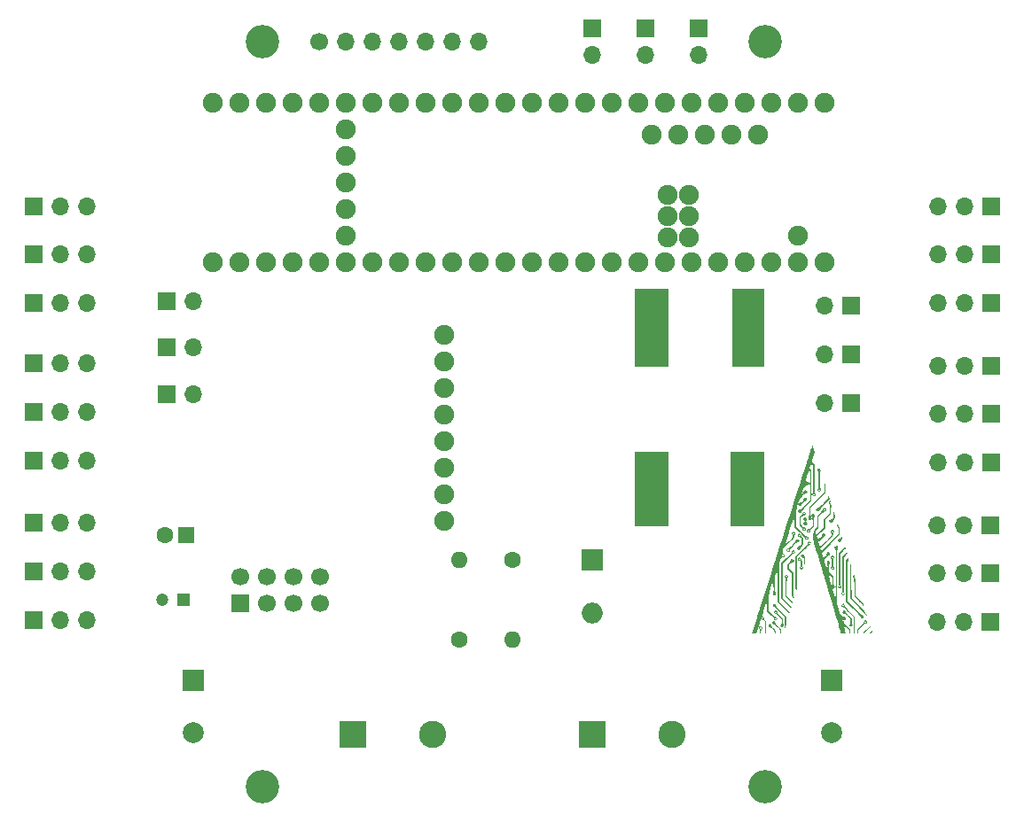
<source format=gbr>
%TF.GenerationSoftware,KiCad,Pcbnew,7.0.8*%
%TF.CreationDate,2025-02-28T20:23:41-05:00*%
%TF.ProjectId,Hexapod PCB KiCad Project,48657861-706f-4642-9050-4342204b6943,rev?*%
%TF.SameCoordinates,Original*%
%TF.FileFunction,Soldermask,Top*%
%TF.FilePolarity,Negative*%
%FSLAX46Y46*%
G04 Gerber Fmt 4.6, Leading zero omitted, Abs format (unit mm)*
G04 Created by KiCad (PCBNEW 7.0.8) date 2025-02-28 20:23:41*
%MOMM*%
%LPD*%
G01*
G04 APERTURE LIST*
G04 Aperture macros list*
%AMRoundRect*
0 Rectangle with rounded corners*
0 $1 Rounding radius*
0 $2 $3 $4 $5 $6 $7 $8 $9 X,Y pos of 4 corners*
0 Add a 4 corners polygon primitive as box body*
4,1,4,$2,$3,$4,$5,$6,$7,$8,$9,$2,$3,0*
0 Add four circle primitives for the rounded corners*
1,1,$1+$1,$2,$3*
1,1,$1+$1,$4,$5*
1,1,$1+$1,$6,$7*
1,1,$1+$1,$8,$9*
0 Add four rect primitives between the rounded corners*
20,1,$1+$1,$2,$3,$4,$5,0*
20,1,$1+$1,$4,$5,$6,$7,0*
20,1,$1+$1,$6,$7,$8,$9,0*
20,1,$1+$1,$8,$9,$2,$3,0*%
G04 Aperture macros list end*
%ADD10R,1.700000X1.700000*%
%ADD11O,1.700000X1.700000*%
%ADD12R,3.175000X7.088000*%
%ADD13R,3.175000X7.493000*%
%ADD14R,3.048000X7.493000*%
%ADD15C,3.200000*%
%ADD16C,1.904000*%
%ADD17C,1.600000*%
%ADD18O,1.600000X1.600000*%
%ADD19R,2.000000X2.000000*%
%ADD20C,2.000000*%
%ADD21RoundRect,0.102000X-1.200000X-1.200000X1.200000X-1.200000X1.200000X1.200000X-1.200000X1.200000X0*%
%ADD22C,2.604000*%
%ADD23C,1.700000*%
%ADD24R,1.200000X1.200000*%
%ADD25C,1.200000*%
%ADD26R,1.600000X1.600000*%
%ADD27O,2.000000X2.000000*%
G04 APERTURE END LIST*
%TO.C,G\u002A\u002A\u002A*%
G36*
X177915771Y-122329584D02*
G01*
X177915822Y-122334500D01*
X177891283Y-122401335D01*
X177830859Y-122472362D01*
X177754335Y-122529275D01*
X177681500Y-122553767D01*
X177678776Y-122553814D01*
X177640341Y-122551227D01*
X177631590Y-122537043D01*
X177656581Y-122501629D01*
X177719370Y-122435352D01*
X177735680Y-122418708D01*
X177822779Y-122334169D01*
X177877744Y-122293044D01*
X177906699Y-122292471D01*
X177915771Y-122329584D01*
G37*
G36*
X177760440Y-121843695D02*
G01*
X177756677Y-121877563D01*
X177725538Y-121929131D01*
X177662710Y-122004316D01*
X177563882Y-122109038D01*
X177442459Y-122231572D01*
X177301478Y-122368909D01*
X177194642Y-122465148D01*
X177116724Y-122524526D01*
X177062496Y-122551282D01*
X177045096Y-122553814D01*
X177023695Y-122548364D01*
X177023892Y-122528477D01*
X177049930Y-122488850D01*
X177106046Y-122424177D01*
X177196480Y-122329155D01*
X177325472Y-122198480D01*
X177343775Y-122180120D01*
X177465675Y-122060076D01*
X177573681Y-121957774D01*
X177660548Y-121879751D01*
X177719028Y-121832546D01*
X177741138Y-121821608D01*
X177760440Y-121843695D01*
G37*
G36*
X171336221Y-114983271D02*
G01*
X171398182Y-115044813D01*
X171434966Y-115120303D01*
X171438221Y-115146733D01*
X171452742Y-115219720D01*
X171479504Y-115261184D01*
X171506587Y-115316395D01*
X171518929Y-115414374D01*
X171516977Y-115539796D01*
X171501181Y-115677332D01*
X171471988Y-115811659D01*
X171462462Y-115843530D01*
X171405023Y-116023672D01*
X171395351Y-115678400D01*
X171385680Y-115333128D01*
X171295609Y-115323111D01*
X171186900Y-115288367D01*
X171119458Y-115217379D01*
X171102884Y-115145549D01*
X171198698Y-115145549D01*
X171220324Y-115182738D01*
X171273864Y-115218053D01*
X171318416Y-115198901D01*
X171335357Y-115157914D01*
X171321456Y-115108829D01*
X171275036Y-115084040D01*
X171222335Y-115095465D01*
X171213799Y-115102692D01*
X171198698Y-115145549D01*
X171102884Y-115145549D01*
X171100455Y-115135024D01*
X171125272Y-115055305D01*
X171185829Y-114989035D01*
X171261285Y-114958134D01*
X171268940Y-114957833D01*
X171336221Y-114983271D01*
G37*
G36*
X175034674Y-113367367D02*
G01*
X175061389Y-113442697D01*
X175032176Y-113504262D01*
X175018540Y-113516698D01*
X174984960Y-113572976D01*
X174973505Y-113638766D01*
X174946595Y-113729464D01*
X174906777Y-113770197D01*
X174828759Y-113810646D01*
X174762879Y-113803203D01*
X174689093Y-113745410D01*
X174686916Y-113743240D01*
X174636634Y-113680404D01*
X174615739Y-113632023D01*
X174738652Y-113632023D01*
X174743010Y-113648774D01*
X174783605Y-113690239D01*
X174838673Y-113690714D01*
X174870203Y-113663935D01*
X174868862Y-113618434D01*
X174849457Y-113589962D01*
X174797891Y-113567089D01*
X174753421Y-113585272D01*
X174738652Y-113632023D01*
X174615739Y-113632023D01*
X174613406Y-113626621D01*
X174613221Y-113623146D01*
X174638405Y-113558066D01*
X174698988Y-113497022D01*
X174772521Y-113460143D01*
X174798934Y-113456651D01*
X174866789Y-113436727D01*
X174935622Y-113389884D01*
X174987559Y-113347788D01*
X175018159Y-113347459D01*
X175034674Y-113367367D01*
G37*
G36*
X173795416Y-109492859D02*
G01*
X173863309Y-109687342D01*
X173382591Y-110168722D01*
X173213404Y-110340879D01*
X173078072Y-110484381D01*
X172979282Y-110596199D01*
X172919719Y-110673305D01*
X172901874Y-110710645D01*
X172878127Y-110803936D01*
X172817689Y-110870142D01*
X172736766Y-110902007D01*
X172651562Y-110892273D01*
X172591279Y-110849736D01*
X172551702Y-110780116D01*
X172541590Y-110729641D01*
X172543260Y-110724500D01*
X172661685Y-110724500D01*
X172682915Y-110774678D01*
X172721732Y-110784547D01*
X172771911Y-110763317D01*
X172781779Y-110724500D01*
X172760549Y-110674321D01*
X172721732Y-110664452D01*
X172671553Y-110685682D01*
X172661685Y-110724500D01*
X172543260Y-110724500D01*
X172567719Y-110649205D01*
X172631874Y-110580841D01*
X172712708Y-110545586D01*
X172729601Y-110544358D01*
X172772128Y-110527296D01*
X172843885Y-110474552D01*
X172947547Y-110383788D01*
X173085790Y-110252668D01*
X173253679Y-110086497D01*
X173709840Y-109628637D01*
X173718682Y-109463507D01*
X173727524Y-109298377D01*
X173795416Y-109492859D01*
G37*
G36*
X167266339Y-121866988D02*
G01*
X167337250Y-121908768D01*
X167384542Y-121975103D01*
X167393299Y-122055443D01*
X167382426Y-122089677D01*
X167347419Y-122144333D01*
X167318120Y-122163507D01*
X167301681Y-122191288D01*
X167290797Y-122265863D01*
X167287453Y-122358660D01*
X167285581Y-122464274D01*
X167277245Y-122523157D01*
X167258362Y-122548576D01*
X167227406Y-122553814D01*
X167194664Y-122547620D01*
X167176542Y-122520117D01*
X167168843Y-122457928D01*
X167167358Y-122362337D01*
X167160896Y-122234163D01*
X167140517Y-122157178D01*
X167122323Y-122133483D01*
X167086544Y-122070816D01*
X167081986Y-122016125D01*
X167151367Y-122016125D01*
X167154456Y-122053093D01*
X167195716Y-122094563D01*
X167254484Y-122099626D01*
X167301714Y-122067715D01*
X167307513Y-122056096D01*
X167302797Y-121999643D01*
X167276547Y-121959591D01*
X167233999Y-121926903D01*
X167198400Y-121940408D01*
X167181267Y-121956589D01*
X167151367Y-122016125D01*
X167081986Y-122016125D01*
X167079527Y-121986612D01*
X167102496Y-121912692D01*
X167113316Y-121899299D01*
X167186722Y-121860314D01*
X167266339Y-121866988D01*
G37*
G36*
X174305479Y-111083107D02*
G01*
X174357004Y-111256942D01*
X174373698Y-111392317D01*
X174354799Y-111500216D01*
X174299548Y-111591625D01*
X174267949Y-111625209D01*
X174202008Y-111703506D01*
X174165950Y-111775721D01*
X174162867Y-111796228D01*
X174138129Y-111876605D01*
X174077577Y-111946271D01*
X174001703Y-111983697D01*
X173982725Y-111985492D01*
X173917365Y-111965115D01*
X173862630Y-111925445D01*
X173812170Y-111840670D01*
X173812002Y-111805351D01*
X173922678Y-111805351D01*
X173943907Y-111855529D01*
X173982725Y-111865398D01*
X174032904Y-111844168D01*
X174042772Y-111805351D01*
X174021542Y-111755172D01*
X173982725Y-111745303D01*
X173932546Y-111766533D01*
X173922678Y-111805351D01*
X173812002Y-111805351D01*
X173811752Y-111752649D01*
X173854633Y-111677660D01*
X173934074Y-111631978D01*
X173986978Y-111625209D01*
X174059578Y-111603154D01*
X174135389Y-111547982D01*
X174141017Y-111542275D01*
X174178615Y-111498171D01*
X174202743Y-111450922D01*
X174216991Y-111385551D01*
X174224949Y-111287083D01*
X174229199Y-111174486D01*
X174237926Y-110889630D01*
X174305479Y-111083107D01*
G37*
G36*
X175853054Y-115912631D02*
G01*
X175863180Y-115934530D01*
X175874214Y-115963625D01*
X175886745Y-116001230D01*
X175897260Y-116043909D01*
X175905944Y-116097022D01*
X175912985Y-116165933D01*
X175918565Y-116256004D01*
X175922872Y-116372597D01*
X175926091Y-116521073D01*
X175928406Y-116706796D01*
X175930003Y-116935127D01*
X175931068Y-117211429D01*
X175931786Y-117541064D01*
X175931934Y-117633239D01*
X175934261Y-119152735D01*
X176642059Y-119885012D01*
X176860380Y-120112524D01*
X177038447Y-120302039D01*
X177179254Y-120457212D01*
X177285800Y-120581701D01*
X177361080Y-120679160D01*
X177408090Y-120753246D01*
X177429826Y-120807616D01*
X177429368Y-120845682D01*
X177407300Y-120831016D01*
X177348323Y-120777380D01*
X177256961Y-120689266D01*
X177137741Y-120571166D01*
X176995185Y-120427571D01*
X176833819Y-120262974D01*
X176658167Y-120081866D01*
X176617576Y-120039755D01*
X175815001Y-119206178D01*
X175816911Y-117509842D01*
X175817350Y-117148398D01*
X175817892Y-116842801D01*
X175818692Y-116588852D01*
X175819905Y-116382351D01*
X175821688Y-116219099D01*
X175824195Y-116094897D01*
X175827583Y-116005543D01*
X175832008Y-115946840D01*
X175837624Y-115914586D01*
X175844588Y-115904583D01*
X175853054Y-115912631D01*
G37*
G36*
X176186504Y-116945673D02*
G01*
X176196914Y-116997036D01*
X176191370Y-117044868D01*
X176184546Y-117123383D01*
X176204901Y-117161766D01*
X176215954Y-117167370D01*
X176246745Y-117187504D01*
X176271315Y-117225723D01*
X176290315Y-117288025D01*
X176304397Y-117380412D01*
X176314212Y-117508882D01*
X176320411Y-117679436D01*
X176323646Y-117898075D01*
X176324569Y-118167787D01*
X176324569Y-118966890D01*
X176699231Y-119340652D01*
X176850935Y-119494802D01*
X176963219Y-119616007D01*
X177041713Y-119711025D01*
X177092044Y-119786615D01*
X177117739Y-119843098D01*
X177142609Y-119919577D01*
X177155303Y-119965672D01*
X177155550Y-119971781D01*
X177133620Y-119951459D01*
X177075539Y-119894538D01*
X176987410Y-119807084D01*
X176875333Y-119695163D01*
X176745412Y-119564842D01*
X176679871Y-119498909D01*
X176210226Y-119026036D01*
X176197472Y-118148376D01*
X176193392Y-117891579D01*
X176189155Y-117688172D01*
X176184313Y-117531498D01*
X176178416Y-117414900D01*
X176171016Y-117331721D01*
X176161665Y-117275304D01*
X176149912Y-117238993D01*
X176135310Y-117216131D01*
X176134549Y-117215279D01*
X176088499Y-117127297D01*
X176101050Y-117028307D01*
X176115460Y-116997467D01*
X176156645Y-116944125D01*
X176186504Y-116945673D01*
G37*
G36*
X177341310Y-121316582D02*
G01*
X177407800Y-121375520D01*
X177435429Y-121451118D01*
X177435443Y-121452809D01*
X177410002Y-121521095D01*
X177348484Y-121583615D01*
X177273096Y-121620162D01*
X177248308Y-121623081D01*
X177193517Y-121645985D01*
X177102696Y-121714953D01*
X176975375Y-121830369D01*
X176873013Y-121930287D01*
X176564758Y-122237493D01*
X176564758Y-122395653D01*
X176561915Y-122488607D01*
X176549723Y-122536109D01*
X176522687Y-122552630D01*
X176504711Y-122553814D01*
X176471743Y-122547514D01*
X176453618Y-122519628D01*
X176446034Y-122456675D01*
X176444663Y-122365654D01*
X176444663Y-122177494D01*
X176774923Y-121848258D01*
X176911164Y-121709710D01*
X177007325Y-121604893D01*
X177068314Y-121527768D01*
X177099041Y-121472296D01*
X177099582Y-121469621D01*
X177188281Y-121469621D01*
X177223640Y-121513876D01*
X177280799Y-121526699D01*
X177282564Y-121526381D01*
X177321894Y-121493134D01*
X177330361Y-121457951D01*
X177307357Y-121407185D01*
X177256528Y-121385794D01*
X177205143Y-121402021D01*
X177193064Y-121416460D01*
X177188281Y-121469621D01*
X177099582Y-121469621D01*
X177105183Y-121441950D01*
X177126930Y-121351006D01*
X177191680Y-121301928D01*
X177256653Y-121292821D01*
X177341310Y-121316582D01*
G37*
G36*
X168214537Y-121649194D02*
G01*
X168278919Y-121712906D01*
X168308088Y-121792279D01*
X168308257Y-121798359D01*
X168322946Y-121858059D01*
X168371373Y-121932135D01*
X168460074Y-122030025D01*
X168488399Y-122058424D01*
X168576376Y-122147336D01*
X168629735Y-122210768D01*
X168657118Y-122264880D01*
X168667169Y-122325833D01*
X168668540Y-122395250D01*
X168664185Y-122492588D01*
X168648987Y-122541639D01*
X168623505Y-122553814D01*
X168593146Y-122535272D01*
X168579844Y-122472852D01*
X168578469Y-122425274D01*
X168574461Y-122356539D01*
X168556411Y-122300180D01*
X168515284Y-122240559D01*
X168442044Y-122162042D01*
X168404963Y-122125037D01*
X168296064Y-122025431D01*
X168213655Y-121969948D01*
X168151907Y-121953341D01*
X168061225Y-121929867D01*
X167997654Y-121869652D01*
X167977997Y-121801078D01*
X167983317Y-121785192D01*
X168072255Y-121785192D01*
X168079776Y-121850477D01*
X168115596Y-121888341D01*
X168161337Y-121882606D01*
X168196172Y-121841247D01*
X168203174Y-121803223D01*
X168183769Y-121738215D01*
X168150542Y-121718850D01*
X168098742Y-121732918D01*
X168072255Y-121785192D01*
X167983317Y-121785192D01*
X167999617Y-121736520D01*
X168050807Y-121671411D01*
X168111055Y-121628791D01*
X168136446Y-121623081D01*
X168214537Y-121649194D01*
G37*
G36*
X168626752Y-119727063D02*
G01*
X168689226Y-119788787D01*
X168725682Y-119864598D01*
X168728588Y-119889568D01*
X168745401Y-119931266D01*
X168797394Y-120002096D01*
X168886895Y-120104713D01*
X169016235Y-120241772D01*
X169187742Y-120415927D01*
X169208966Y-120437147D01*
X169689344Y-120916822D01*
X169687510Y-121352516D01*
X169684730Y-121548826D01*
X169677462Y-121698084D01*
X169664481Y-121813198D01*
X169644565Y-121907076D01*
X169630543Y-121953341D01*
X169575410Y-122118471D01*
X169572330Y-121547670D01*
X169569250Y-120976869D01*
X169096036Y-120504349D01*
X168929939Y-120340173D01*
X168799863Y-120215771D01*
X168700932Y-120126951D01*
X168628271Y-120069518D01*
X168577003Y-120039280D01*
X168546603Y-120031828D01*
X168456120Y-120009908D01*
X168407281Y-119944806D01*
X168399162Y-119886360D01*
X168492397Y-119886360D01*
X168513547Y-119937417D01*
X168522974Y-119944580D01*
X168573795Y-119948310D01*
X168616613Y-119912717D01*
X168632301Y-119857486D01*
X168627701Y-119836784D01*
X168586657Y-119799406D01*
X168556387Y-119797271D01*
X168508829Y-119830157D01*
X168492397Y-119886360D01*
X168399162Y-119886360D01*
X168398328Y-119880359D01*
X168422089Y-119795701D01*
X168481027Y-119729211D01*
X168556624Y-119701582D01*
X168558316Y-119701568D01*
X168626752Y-119727063D01*
G37*
G36*
X168575201Y-121377025D02*
G01*
X168629244Y-121434219D01*
X168660611Y-121501535D01*
X168659439Y-121543447D01*
X168673900Y-121580569D01*
X168727610Y-121651773D01*
X168815336Y-121750797D01*
X168931850Y-121871383D01*
X168941362Y-121880881D01*
X169238990Y-122177392D01*
X169238990Y-122365603D01*
X169235788Y-122472836D01*
X169224385Y-122531535D01*
X169202088Y-122552959D01*
X169193954Y-122553814D01*
X169165963Y-122538109D01*
X169152078Y-122483518D01*
X169148919Y-122399652D01*
X169147770Y-122335871D01*
X169139851Y-122284954D01*
X169118458Y-122236313D01*
X169076883Y-122179359D01*
X169008419Y-122103505D01*
X168906361Y-121998162D01*
X168873175Y-121964309D01*
X168750204Y-121841858D01*
X168658838Y-121758728D01*
X168591357Y-121708862D01*
X168540044Y-121686198D01*
X168515036Y-121683128D01*
X168417410Y-121657861D01*
X168355776Y-121588095D01*
X168345366Y-121536808D01*
X168414868Y-121536808D01*
X168448866Y-121579923D01*
X168499726Y-121587139D01*
X168553420Y-121556191D01*
X168563458Y-121518410D01*
X168540677Y-121467806D01*
X168490347Y-121445573D01*
X168439487Y-121460361D01*
X168427221Y-121474792D01*
X168414868Y-121536808D01*
X168345366Y-121536808D01*
X168338280Y-121501898D01*
X168363679Y-121416694D01*
X168435019Y-121365404D01*
X168515756Y-121352868D01*
X168575201Y-121377025D01*
G37*
G36*
X173414606Y-108307596D02*
G01*
X173448164Y-108447253D01*
X173466604Y-108613104D01*
X173471915Y-108803221D01*
X173472323Y-109118704D01*
X172751756Y-109838802D01*
X172031188Y-110558900D01*
X172031188Y-110958164D01*
X172031978Y-111122770D01*
X172035432Y-111239233D01*
X172043172Y-111319448D01*
X172056823Y-111375309D01*
X172078008Y-111418712D01*
X172098027Y-111447832D01*
X172140050Y-111511903D01*
X172146807Y-111558317D01*
X172121843Y-111615236D01*
X172119608Y-111619253D01*
X172054605Y-111684439D01*
X171967142Y-111711900D01*
X171879972Y-111697532D01*
X171839800Y-111669721D01*
X171796575Y-111588029D01*
X171798246Y-111558799D01*
X171904321Y-111558799D01*
X171933283Y-111604109D01*
X171979259Y-111617320D01*
X171983153Y-111616215D01*
X172017081Y-111580650D01*
X172025901Y-111555077D01*
X172012771Y-111506320D01*
X171969124Y-111482017D01*
X171921905Y-111493270D01*
X171909781Y-111507238D01*
X171904321Y-111558799D01*
X171798246Y-111558799D01*
X171802053Y-111492206D01*
X171835080Y-111428288D01*
X171853999Y-111387972D01*
X171867124Y-111319529D01*
X171875288Y-111214071D01*
X171879329Y-111062711D01*
X171880115Y-110949447D01*
X171881070Y-110528886D01*
X172616649Y-109793767D01*
X173352228Y-109058647D01*
X173354967Y-108593051D01*
X173357706Y-108127455D01*
X173414606Y-108307596D01*
G37*
G36*
X171614493Y-111469285D02*
G01*
X171673799Y-111530312D01*
X171697066Y-111610709D01*
X171677436Y-111693036D01*
X171640881Y-111737258D01*
X171595395Y-111789591D01*
X171580834Y-111827035D01*
X171600487Y-111875012D01*
X171640881Y-111925445D01*
X171686169Y-111995033D01*
X171700928Y-112055898D01*
X171676144Y-112140142D01*
X171613865Y-112197887D01*
X171532201Y-112223181D01*
X171449262Y-112210073D01*
X171387382Y-112158954D01*
X171344759Y-112063518D01*
X171348953Y-112040536D01*
X171460739Y-112040536D01*
X171477668Y-112108185D01*
X171515586Y-112130813D01*
X171555192Y-112106710D01*
X171575416Y-112050694D01*
X171568892Y-111999147D01*
X171522874Y-111985492D01*
X171470728Y-112006152D01*
X171460739Y-112040536D01*
X171348953Y-112040536D01*
X171360423Y-111977685D01*
X171400692Y-111925445D01*
X171445086Y-111867789D01*
X171460739Y-111825016D01*
X171440160Y-111776022D01*
X171400692Y-111730292D01*
X171350603Y-111652734D01*
X171350196Y-111606514D01*
X171467728Y-111606514D01*
X171480923Y-111659138D01*
X171518445Y-111685186D01*
X171520786Y-111685256D01*
X171557859Y-111661159D01*
X171570751Y-111638202D01*
X171572018Y-111582704D01*
X171542159Y-111546701D01*
X171499139Y-111547538D01*
X171486776Y-111557139D01*
X171467728Y-111606514D01*
X171350196Y-111606514D01*
X171349875Y-111570119D01*
X171391564Y-111498255D01*
X171468724Y-111452949D01*
X171526003Y-111445067D01*
X171614493Y-111469285D01*
G37*
G36*
X175336441Y-114300345D02*
G01*
X175347042Y-114325260D01*
X175350927Y-114340131D01*
X175356014Y-114379974D01*
X175345448Y-114420445D01*
X175312663Y-114471162D01*
X175251094Y-114541747D01*
X175154178Y-114641821D01*
X175125018Y-114671206D01*
X174878268Y-114919244D01*
X174861710Y-116387179D01*
X174845151Y-117855114D01*
X174909328Y-117912309D01*
X174961508Y-117988746D01*
X174967684Y-118070038D01*
X174937195Y-118143483D01*
X174879379Y-118196380D01*
X174803573Y-118216027D01*
X174719115Y-118189723D01*
X174709877Y-118183605D01*
X174658856Y-118117724D01*
X174647106Y-118052040D01*
X174733316Y-118052040D01*
X174756231Y-118096480D01*
X174806825Y-118111562D01*
X174857872Y-118092240D01*
X174870203Y-118077410D01*
X174868105Y-118032716D01*
X174844832Y-117998799D01*
X174789189Y-117970214D01*
X174747122Y-117994448D01*
X174733316Y-118052040D01*
X174647106Y-118052040D01*
X174643676Y-118032864D01*
X174666539Y-117954878D01*
X174688280Y-117930173D01*
X174698533Y-117915296D01*
X174707137Y-117885931D01*
X174714232Y-117837284D01*
X174719956Y-117764562D01*
X174724448Y-117662973D01*
X174727846Y-117527723D01*
X174730288Y-117354019D01*
X174731914Y-117137068D01*
X174732862Y-116872077D01*
X174733271Y-116554252D01*
X174733316Y-116372210D01*
X174733316Y-114851624D01*
X175031701Y-114554358D01*
X175149551Y-114437416D01*
X175231949Y-114358242D01*
X175285896Y-114312138D01*
X175318393Y-114294405D01*
X175336441Y-114300345D01*
G37*
G36*
X170486928Y-114631127D02*
G01*
X170510341Y-114652455D01*
X170556033Y-114737883D01*
X170551266Y-114821825D01*
X170504233Y-114889917D01*
X170423126Y-114927797D01*
X170352626Y-114928961D01*
X170319806Y-114947579D01*
X170251753Y-115003020D01*
X170155223Y-115089183D01*
X170036975Y-115199969D01*
X169903766Y-115329278D01*
X169849730Y-115382901D01*
X169389108Y-115842804D01*
X169389108Y-117504623D01*
X169389108Y-119166442D01*
X169794151Y-119591629D01*
X169950450Y-119758336D01*
X170066005Y-119888263D01*
X170143877Y-119985699D01*
X170187130Y-120054934D01*
X170198823Y-120100258D01*
X170182020Y-120125961D01*
X170177228Y-120128391D01*
X170150625Y-120110807D01*
X170088744Y-120055981D01*
X169997920Y-119969961D01*
X169884485Y-119858798D01*
X169754772Y-119728543D01*
X169696850Y-119669483D01*
X169238990Y-119200539D01*
X169238990Y-117506682D01*
X169238990Y-115812824D01*
X169731711Y-115320782D01*
X169890985Y-115159337D01*
X170022062Y-115021560D01*
X170121231Y-114911597D01*
X170184781Y-114833592D01*
X170209002Y-114791689D01*
X170208788Y-114787972D01*
X170210545Y-114764152D01*
X170325482Y-114764152D01*
X170329924Y-114790685D01*
X170370492Y-114831438D01*
X170425660Y-114831351D01*
X170456728Y-114804834D01*
X170457602Y-114759444D01*
X170423856Y-114717707D01*
X170377008Y-114698183D01*
X170346092Y-114709406D01*
X170325482Y-114764152D01*
X170210545Y-114764152D01*
X170212663Y-114735425D01*
X170242173Y-114672377D01*
X170312561Y-114612797D01*
X170401670Y-114598488D01*
X170486928Y-114631127D01*
G37*
G36*
X175171521Y-119719673D02*
G01*
X175212785Y-119745781D01*
X175259440Y-119816039D01*
X175273741Y-119879209D01*
X175283053Y-119915236D01*
X175313920Y-119966356D01*
X175370741Y-120037680D01*
X175457915Y-120134315D01*
X175579841Y-120261371D01*
X175740918Y-120423958D01*
X175754120Y-120437147D01*
X176234498Y-120916822D01*
X176234498Y-121735318D01*
X176234133Y-121981265D01*
X176232804Y-122173498D01*
X176230165Y-122318347D01*
X176225867Y-122422143D01*
X176219560Y-122491217D01*
X176210898Y-122531897D01*
X176199531Y-122550516D01*
X176189462Y-122553814D01*
X176175682Y-122547097D01*
X176164972Y-122522644D01*
X176156962Y-122474002D01*
X176151284Y-122394717D01*
X176147567Y-122278334D01*
X176145441Y-122118402D01*
X176144537Y-121908465D01*
X176144427Y-121767812D01*
X176144427Y-120981810D01*
X175672776Y-120506819D01*
X175509856Y-120344239D01*
X175382602Y-120221071D01*
X175285761Y-120132787D01*
X175214079Y-120074853D01*
X175162301Y-120042739D01*
X175125173Y-120031914D01*
X175121992Y-120031828D01*
X175030403Y-120008237D01*
X174970089Y-119947537D01*
X174953816Y-119868671D01*
X175041434Y-119868671D01*
X175063893Y-119927128D01*
X175099028Y-119964428D01*
X175127040Y-119961302D01*
X175167550Y-119923565D01*
X175198454Y-119875604D01*
X175181031Y-119833494D01*
X175129430Y-119797130D01*
X175103993Y-119791639D01*
X175057168Y-119815062D01*
X175041434Y-119868671D01*
X174953816Y-119868671D01*
X174953025Y-119864837D01*
X174961058Y-119828794D01*
X175013085Y-119750921D01*
X175089484Y-119712488D01*
X175171521Y-119719673D01*
G37*
G36*
X169786459Y-116967663D02*
G01*
X169812094Y-116986831D01*
X169862268Y-117059635D01*
X169856146Y-117140794D01*
X169809439Y-117217799D01*
X169791725Y-117243260D01*
X169777878Y-117274085D01*
X169767423Y-117317468D01*
X169759888Y-117380604D01*
X169754797Y-117470686D01*
X169751677Y-117594909D01*
X169750055Y-117760467D01*
X169749456Y-117974554D01*
X169749391Y-118129550D01*
X169749391Y-118964964D01*
X170050885Y-119267487D01*
X170179641Y-119399748D01*
X170267183Y-119497446D01*
X170317488Y-119565561D01*
X170334530Y-119609075D01*
X170332897Y-119620777D01*
X170307030Y-119663829D01*
X170293599Y-119671544D01*
X170266607Y-119651366D01*
X170205320Y-119595746D01*
X170117544Y-119512063D01*
X170011084Y-119407691D01*
X169951539Y-119348300D01*
X169629297Y-119025056D01*
X169629297Y-118161151D01*
X169629163Y-117910655D01*
X169628428Y-117713049D01*
X169626590Y-117561172D01*
X169623147Y-117447867D01*
X169617599Y-117365975D01*
X169609443Y-117308337D01*
X169598179Y-117267796D01*
X169583306Y-117237191D01*
X169564320Y-117209366D01*
X169562458Y-117206841D01*
X169520435Y-117142773D01*
X169513678Y-117096365D01*
X169518879Y-117084507D01*
X169629297Y-117084507D01*
X169647375Y-117149875D01*
X169689030Y-117180511D01*
X169735394Y-117169647D01*
X169761288Y-117131837D01*
X169765614Y-117066308D01*
X169719964Y-117032745D01*
X169687572Y-117029464D01*
X169638234Y-117051762D01*
X169629297Y-117084507D01*
X169518879Y-117084507D01*
X169538641Y-117039456D01*
X169540887Y-117035420D01*
X169608551Y-116966818D01*
X169697357Y-116942987D01*
X169786459Y-116967663D01*
G37*
G36*
X171046870Y-115318890D02*
G01*
X171106524Y-115382345D01*
X171130475Y-115473137D01*
X171130479Y-115474429D01*
X171147202Y-115547707D01*
X171175514Y-115588329D01*
X171200025Y-115627622D01*
X171214375Y-115702422D01*
X171220212Y-115823153D01*
X171220550Y-115873554D01*
X171223993Y-116011303D01*
X171235421Y-116099764D01*
X171256478Y-116149359D01*
X171265585Y-116158779D01*
X171305276Y-116226046D01*
X171305952Y-116311149D01*
X171269823Y-116388264D01*
X171243893Y-116412277D01*
X171151712Y-116454794D01*
X171073357Y-116440469D01*
X171030049Y-116404109D01*
X170988951Y-116325013D01*
X170986932Y-116279583D01*
X171070432Y-116279583D01*
X171091172Y-116335425D01*
X171140378Y-116348156D01*
X171187947Y-116321816D01*
X171214570Y-116278982D01*
X171193258Y-116237129D01*
X171140374Y-116207101D01*
X171091448Y-116224455D01*
X171070432Y-116279583D01*
X170986932Y-116279583D01*
X170985026Y-116236693D01*
X171018646Y-116165164D01*
X171026536Y-116157833D01*
X171050463Y-116123365D01*
X171063103Y-116061633D01*
X171066124Y-115960140D01*
X171064065Y-115876438D01*
X171055420Y-115633365D01*
X170969029Y-115631916D01*
X170874700Y-115603113D01*
X170826417Y-115561037D01*
X170779115Y-115486586D01*
X170779090Y-115470007D01*
X170890290Y-115470007D01*
X170913205Y-115514446D01*
X170963799Y-115529529D01*
X171014846Y-115510207D01*
X171027177Y-115495377D01*
X171025627Y-115451399D01*
X170990426Y-115407716D01*
X170943815Y-115386573D01*
X170923195Y-115391395D01*
X170895502Y-115435407D01*
X170890290Y-115470007D01*
X170779090Y-115470007D01*
X170779017Y-115422500D01*
X170816933Y-115354821D01*
X170885749Y-115298901D01*
X170967836Y-115289000D01*
X171046870Y-115318890D01*
G37*
G36*
X170334597Y-115433603D02*
G01*
X170401493Y-115494946D01*
X170438125Y-115569861D01*
X170439935Y-115588329D01*
X170414103Y-115664356D01*
X170351141Y-115730847D01*
X170272851Y-115766745D01*
X170253424Y-115768471D01*
X170194873Y-115789299D01*
X170115406Y-115843937D01*
X170058270Y-115894817D01*
X169985126Y-115971406D01*
X169946549Y-116032241D01*
X169931673Y-116100829D01*
X169929533Y-116173341D01*
X169931397Y-116244918D01*
X169942280Y-116300047D01*
X169970118Y-116352350D01*
X170022848Y-116415449D01*
X170108406Y-116502968D01*
X170139699Y-116534074D01*
X170349864Y-116742629D01*
X170349864Y-117822642D01*
X170349864Y-118902656D01*
X170425790Y-118981905D01*
X170476744Y-119049518D01*
X170483048Y-119108104D01*
X170477463Y-119126718D01*
X170461260Y-119161090D01*
X170439748Y-119166050D01*
X170400865Y-119136845D01*
X170333984Y-119070192D01*
X170214758Y-118948104D01*
X170204213Y-117857363D01*
X170193669Y-116766622D01*
X169986542Y-116561082D01*
X169779415Y-116355543D01*
X169779415Y-116158455D01*
X169781006Y-116054032D01*
X169792002Y-115984309D01*
X169821743Y-115927829D01*
X169879566Y-115863134D01*
X169929533Y-115813507D01*
X170019101Y-115714498D01*
X170070219Y-115633841D01*
X170079652Y-115596964D01*
X170084645Y-115580823D01*
X170205164Y-115580823D01*
X170210718Y-115633518D01*
X170257106Y-115648361D01*
X170259793Y-115648377D01*
X170307943Y-115634663D01*
X170314810Y-115583652D01*
X170314423Y-115580823D01*
X170289884Y-115528007D01*
X170259793Y-115513270D01*
X170220953Y-115538827D01*
X170205164Y-115580823D01*
X170084645Y-115580823D01*
X170104427Y-115516880D01*
X170165027Y-115447360D01*
X170240857Y-115409981D01*
X170259793Y-115408188D01*
X170334597Y-115433603D01*
G37*
G36*
X175515735Y-114829214D02*
G01*
X175483765Y-114916284D01*
X175397176Y-115027931D01*
X175348800Y-115077927D01*
X175183670Y-115241006D01*
X175183670Y-116903608D01*
X175183730Y-117261786D01*
X175184021Y-117564792D01*
X175184711Y-117817505D01*
X175185969Y-118024799D01*
X175187964Y-118191551D01*
X175190863Y-118322638D01*
X175194835Y-118422935D01*
X175200049Y-118497320D01*
X175206673Y-118550669D01*
X175214875Y-118587858D01*
X175224824Y-118613764D01*
X175236688Y-118633262D01*
X175243718Y-118642548D01*
X175291240Y-118712413D01*
X175295855Y-118763829D01*
X175255975Y-118820587D01*
X175230071Y-118847259D01*
X175149796Y-118907882D01*
X175078723Y-118912817D01*
X175005388Y-118862754D01*
X175003529Y-118860906D01*
X174958546Y-118795547D01*
X174943481Y-118740812D01*
X174945624Y-118733938D01*
X175040890Y-118733938D01*
X175055826Y-118776125D01*
X175063155Y-118785340D01*
X175116939Y-118820973D01*
X175161441Y-118800961D01*
X175178980Y-118757652D01*
X175173452Y-118691166D01*
X175136067Y-118661554D01*
X175082948Y-118679451D01*
X175073446Y-118688050D01*
X175040890Y-118733938D01*
X174945624Y-118733938D01*
X174963858Y-118675452D01*
X175003529Y-118620717D01*
X175016310Y-118606428D01*
X175027136Y-118588010D01*
X175036170Y-118560699D01*
X175043573Y-118519729D01*
X175049508Y-118460335D01*
X175054136Y-118377752D01*
X175057620Y-118267216D01*
X175060122Y-118123961D01*
X175061803Y-117943223D01*
X175062828Y-117720237D01*
X175063356Y-117450237D01*
X175063551Y-117128459D01*
X175063576Y-116856023D01*
X175063576Y-115151376D01*
X175267867Y-114948651D01*
X175357311Y-114863919D01*
X175431488Y-114801143D01*
X175480241Y-114768521D01*
X175493044Y-114766812D01*
X175515735Y-114829214D01*
G37*
G36*
X175665778Y-115314536D02*
G01*
X175678874Y-115347551D01*
X175676461Y-115424412D01*
X175640692Y-115478295D01*
X175628868Y-115493095D01*
X175618675Y-115512508D01*
X175609944Y-115540974D01*
X175602509Y-115582932D01*
X175596200Y-115642825D01*
X175590851Y-115725091D01*
X175586294Y-115834172D01*
X175582361Y-115974507D01*
X175578884Y-116150537D01*
X175575696Y-116366701D01*
X175572628Y-116627442D01*
X175569514Y-116937198D01*
X175566185Y-117300410D01*
X175564446Y-117496727D01*
X175547250Y-119450161D01*
X176213873Y-120116290D01*
X176386131Y-120286736D01*
X176543841Y-120439530D01*
X176681888Y-120569948D01*
X176795160Y-120673265D01*
X176878544Y-120744756D01*
X176926926Y-120779698D01*
X176934766Y-120782419D01*
X177033854Y-120804608D01*
X177091218Y-120869355D01*
X177105183Y-120947549D01*
X177081299Y-121038743D01*
X177020904Y-121096830D01*
X176940885Y-121115177D01*
X176858127Y-121087151D01*
X176824612Y-121057774D01*
X176784805Y-120984370D01*
X176778366Y-120948891D01*
X176869308Y-120948891D01*
X176893724Y-120998735D01*
X176950118Y-121022523D01*
X176954123Y-121022608D01*
X177004808Y-121001991D01*
X177015112Y-120961619D01*
X176993562Y-120903740D01*
X176944589Y-120877133D01*
X176891710Y-120893941D01*
X176889013Y-120896509D01*
X176869308Y-120948891D01*
X176778366Y-120948891D01*
X176774923Y-120929923D01*
X176763915Y-120897226D01*
X176728694Y-120844687D01*
X176665971Y-120768661D01*
X176572454Y-120665505D01*
X176444851Y-120531575D01*
X176279872Y-120363225D01*
X176099391Y-120181946D01*
X175423860Y-119506915D01*
X175423860Y-117508680D01*
X175423860Y-115510445D01*
X175540933Y-115396126D01*
X175608417Y-115332139D01*
X175645916Y-115306392D01*
X175665778Y-115314536D01*
G37*
G36*
X168726355Y-120346178D02*
G01*
X168770163Y-120372072D01*
X168835529Y-120442970D01*
X168848682Y-120506055D01*
X168859325Y-120554336D01*
X168895367Y-120615142D01*
X168962977Y-120696606D01*
X169068324Y-120806860D01*
X169103883Y-120842466D01*
X169359084Y-121096342D01*
X169359084Y-121332458D01*
X169362269Y-121463424D01*
X169373967Y-121551297D01*
X169397390Y-121612795D01*
X169419131Y-121644912D01*
X169461711Y-121715018D01*
X169479179Y-121775104D01*
X169452559Y-121850519D01*
X169386256Y-121905797D01*
X169314049Y-121923318D01*
X169237264Y-121903786D01*
X169196099Y-121876138D01*
X169153049Y-121798496D01*
X169160456Y-121755168D01*
X169243177Y-121755168D01*
X169250698Y-121820454D01*
X169286518Y-121858317D01*
X169332259Y-121852582D01*
X169367094Y-121811224D01*
X169374096Y-121773199D01*
X169354691Y-121708191D01*
X169321464Y-121688827D01*
X169269664Y-121702894D01*
X169243177Y-121755168D01*
X169160456Y-121755168D01*
X169168328Y-121709121D01*
X169208966Y-121644912D01*
X169245835Y-121579509D01*
X169264406Y-121491188D01*
X169269013Y-121376790D01*
X169269013Y-121185006D01*
X169007084Y-120923666D01*
X168885392Y-120805602D01*
X168795130Y-120726873D01*
X168728372Y-120681458D01*
X168677191Y-120663340D01*
X168662869Y-120662325D01*
X168583049Y-120638958D01*
X168535367Y-120580292D01*
X168523843Y-120510258D01*
X168611127Y-120510258D01*
X168625915Y-120561118D01*
X168640346Y-120573384D01*
X168702361Y-120585737D01*
X168745477Y-120551739D01*
X168752693Y-120500879D01*
X168721745Y-120447185D01*
X168683963Y-120437147D01*
X168633360Y-120459928D01*
X168611127Y-120510258D01*
X168523843Y-120510258D01*
X168522726Y-120503473D01*
X168548027Y-120425651D01*
X168612539Y-120364878D01*
X168675252Y-120337527D01*
X168726355Y-120346178D01*
G37*
G36*
X170843022Y-113541741D02*
G01*
X170911493Y-113602663D01*
X170948550Y-113678155D01*
X170950337Y-113696840D01*
X170923720Y-113775334D01*
X170857152Y-113840684D01*
X170770560Y-113875227D01*
X170747141Y-113876982D01*
X170688878Y-113898813D01*
X170603006Y-113957773D01*
X170499342Y-114044060D01*
X170387704Y-114147871D01*
X170277907Y-114259406D01*
X170179770Y-114368863D01*
X170103110Y-114466440D01*
X170057743Y-114542335D01*
X170049628Y-114573400D01*
X170025122Y-114667469D01*
X169961268Y-114727555D01*
X169872563Y-114746253D01*
X169773503Y-114716160D01*
X169771909Y-114715239D01*
X169727412Y-114658799D01*
X169717884Y-114582597D01*
X169814190Y-114582597D01*
X169834484Y-114631865D01*
X169881680Y-114653060D01*
X169891568Y-114651965D01*
X169941675Y-114617343D01*
X169953925Y-114589608D01*
X169940190Y-114539065D01*
X169893876Y-114513252D01*
X169841225Y-114524827D01*
X169833458Y-114531497D01*
X169814190Y-114582597D01*
X169717884Y-114582597D01*
X169717216Y-114577257D01*
X169739613Y-114493562D01*
X169792895Y-114430663D01*
X169793107Y-114430523D01*
X169856789Y-114402326D01*
X169901423Y-114403578D01*
X169935508Y-114391278D01*
X170004814Y-114339231D01*
X170103984Y-114251950D01*
X170227660Y-114133950D01*
X170263027Y-114098936D01*
X170397602Y-113962137D01*
X170492418Y-113858873D01*
X170552604Y-113782799D01*
X170583292Y-113727568D01*
X170587395Y-113707502D01*
X170689908Y-113707502D01*
X170721379Y-113746748D01*
X170771967Y-113756887D01*
X170821239Y-113734525D01*
X170830243Y-113700052D01*
X170808974Y-113643108D01*
X170760841Y-113624237D01*
X170709758Y-113652274D01*
X170689908Y-113707502D01*
X170587395Y-113707502D01*
X170590053Y-113694499D01*
X170616434Y-113604970D01*
X170683384Y-113539575D01*
X170765053Y-113516698D01*
X170843022Y-113541741D01*
G37*
G36*
X171939910Y-113771388D02*
G01*
X171980922Y-113795735D01*
X172027361Y-113830842D01*
X172043156Y-113867886D01*
X172033268Y-113929104D01*
X172020717Y-113974091D01*
X171988314Y-114059747D01*
X171947969Y-114101092D01*
X171909899Y-114111798D01*
X171860630Y-114137956D01*
X171771812Y-114208506D01*
X171643891Y-114323050D01*
X171477310Y-114481188D01*
X171273091Y-114681951D01*
X170710148Y-115242465D01*
X170710148Y-116800507D01*
X170709819Y-117172189D01*
X170708677Y-117488546D01*
X170706490Y-117754301D01*
X170703023Y-117974172D01*
X170698045Y-118152881D01*
X170691323Y-118295149D01*
X170682623Y-118405695D01*
X170671712Y-118489240D01*
X170658359Y-118550506D01*
X170642329Y-118594211D01*
X170623390Y-118625078D01*
X170619918Y-118629325D01*
X170615156Y-118605529D01*
X170609850Y-118527788D01*
X170604201Y-118402197D01*
X170598409Y-118234855D01*
X170592675Y-118031859D01*
X170587198Y-117799305D01*
X170582179Y-117543291D01*
X170579984Y-117413368D01*
X170575519Y-117122316D01*
X170571402Y-116829718D01*
X170567748Y-116545623D01*
X170564674Y-116280080D01*
X170562294Y-116043139D01*
X170560724Y-115844848D01*
X170560079Y-115695258D01*
X170560069Y-115680111D01*
X170560030Y-115186432D01*
X171143366Y-114599260D01*
X171325650Y-114414564D01*
X171468602Y-114266666D01*
X171576316Y-114150897D01*
X171652887Y-114062586D01*
X171702410Y-113997063D01*
X171728980Y-113949657D01*
X171730372Y-113944603D01*
X171829195Y-113944603D01*
X171850820Y-113981792D01*
X171904360Y-114017107D01*
X171948912Y-113997955D01*
X171965854Y-113956968D01*
X171951953Y-113907884D01*
X171905532Y-113883094D01*
X171852831Y-113894520D01*
X171844296Y-113901746D01*
X171829195Y-113944603D01*
X171730372Y-113944603D01*
X171736333Y-113922964D01*
X171773445Y-113831722D01*
X171825069Y-113789644D01*
X171888417Y-113762170D01*
X171939910Y-113771388D01*
G37*
G36*
X174188579Y-115127541D02*
G01*
X174254276Y-115179783D01*
X174282375Y-115255142D01*
X174265676Y-115338199D01*
X174222914Y-115393176D01*
X174195523Y-115424727D01*
X174177895Y-115468165D01*
X174167961Y-115536155D01*
X174163653Y-115641361D01*
X174162867Y-115760883D01*
X174164452Y-115907960D01*
X174170604Y-116008629D01*
X174183416Y-116076478D01*
X174204982Y-116125096D01*
X174222914Y-116150586D01*
X174265559Y-116221471D01*
X174282961Y-116282922D01*
X174257920Y-116361022D01*
X174195784Y-116421545D01*
X174116037Y-116452938D01*
X174038164Y-116443647D01*
X174024749Y-116436037D01*
X173986350Y-116394104D01*
X173954212Y-116342825D01*
X173935263Y-116289963D01*
X174041760Y-116289963D01*
X174061166Y-116336136D01*
X174080302Y-116347830D01*
X174129845Y-116342528D01*
X174171739Y-116306761D01*
X174183886Y-116261902D01*
X174179659Y-116251731D01*
X174135647Y-116224038D01*
X174101047Y-116218826D01*
X174056581Y-116241360D01*
X174041760Y-116289963D01*
X173935263Y-116289963D01*
X173933869Y-116286074D01*
X173947985Y-116233857D01*
X173979741Y-116186417D01*
X174008649Y-116139809D01*
X174027221Y-116084854D01*
X174037635Y-116007641D01*
X174042066Y-115894263D01*
X174042772Y-115783483D01*
X174041408Y-115636877D01*
X174035772Y-115536134D01*
X174023545Y-115467099D01*
X174002408Y-115415619D01*
X173975933Y-115375398D01*
X173933910Y-115311328D01*
X173929191Y-115278905D01*
X174047976Y-115278905D01*
X174054181Y-115304543D01*
X174091795Y-115342202D01*
X174141514Y-115342155D01*
X174170954Y-115310611D01*
X174172960Y-115246106D01*
X174139833Y-115203541D01*
X174116391Y-115198022D01*
X174063875Y-115221923D01*
X174047976Y-115278905D01*
X173929191Y-115278905D01*
X173927154Y-115264914D01*
X173952117Y-115207995D01*
X173954352Y-115203978D01*
X174021338Y-115134170D01*
X174092484Y-115113836D01*
X174188579Y-115127541D01*
G37*
G36*
X171026840Y-113032287D02*
G01*
X171093148Y-113095905D01*
X171128770Y-113175621D01*
X171130479Y-113195560D01*
X171152331Y-113260145D01*
X171208947Y-113338754D01*
X171235562Y-113366580D01*
X171340644Y-113468430D01*
X171340644Y-113756526D01*
X171340644Y-114044621D01*
X171205538Y-114177218D01*
X171123436Y-114269602D01*
X171077331Y-114347349D01*
X171070432Y-114378623D01*
X171045666Y-114458782D01*
X170985079Y-114528341D01*
X170909237Y-114565731D01*
X170890290Y-114567526D01*
X170824930Y-114547149D01*
X170770195Y-114507478D01*
X170725213Y-114442119D01*
X170710148Y-114387384D01*
X170830243Y-114387384D01*
X170851472Y-114437562D01*
X170890290Y-114447431D01*
X170940469Y-114426201D01*
X170950337Y-114387384D01*
X170929107Y-114337205D01*
X170890290Y-114327336D01*
X170840111Y-114348566D01*
X170830243Y-114387384D01*
X170710148Y-114387384D01*
X170736127Y-114310915D01*
X170799698Y-114244593D01*
X170879309Y-114208952D01*
X170899208Y-114207242D01*
X170963674Y-114185007D01*
X171044729Y-114126258D01*
X171079350Y-114093387D01*
X171136544Y-114031706D01*
X171169743Y-113979693D01*
X171185463Y-113917647D01*
X171190221Y-113825866D01*
X171190526Y-113757264D01*
X171188311Y-113638469D01*
X171178427Y-113561209D01*
X171156021Y-113507040D01*
X171116235Y-113457516D01*
X171109850Y-113450788D01*
X171039520Y-113395388D01*
X170970225Y-113367405D01*
X170959732Y-113366580D01*
X170879192Y-113341863D01*
X170809445Y-113281338D01*
X170771992Y-113205440D01*
X170770195Y-113186438D01*
X170890290Y-113186438D01*
X170913958Y-113232407D01*
X170966111Y-113249491D01*
X171018324Y-113228538D01*
X171027365Y-113186735D01*
X170997668Y-113144829D01*
X170947125Y-113126391D01*
X170899291Y-113149132D01*
X170890290Y-113186438D01*
X170770195Y-113186438D01*
X170790572Y-113121079D01*
X170830243Y-113066344D01*
X170895602Y-113021361D01*
X170950337Y-113006296D01*
X171026840Y-113032287D01*
G37*
G36*
X171468107Y-110947575D02*
G01*
X171534096Y-111001393D01*
X171569645Y-111069117D01*
X171580834Y-111116254D01*
X171555965Y-111178933D01*
X171496344Y-111240792D01*
X171424444Y-111282828D01*
X171375513Y-111289841D01*
X171309705Y-111306005D01*
X171224942Y-111366992D01*
X171207365Y-111383403D01*
X171100455Y-111486870D01*
X171100455Y-111819411D01*
X171101087Y-111965330D01*
X171104925Y-112065241D01*
X171114883Y-112133185D01*
X171133876Y-112183203D01*
X171164817Y-112229332D01*
X171192712Y-112263876D01*
X171269808Y-112341208D01*
X171341833Y-112373277D01*
X171372854Y-112375800D01*
X171464109Y-112398991D01*
X171539175Y-112457411D01*
X171578742Y-112534335D01*
X171580834Y-112555942D01*
X171554776Y-112632648D01*
X171490871Y-112698873D01*
X171410521Y-112734379D01*
X171390333Y-112736083D01*
X171314842Y-112714448D01*
X171270239Y-112681178D01*
X171230402Y-112607278D01*
X171227548Y-112591360D01*
X171329871Y-112591360D01*
X171380234Y-112614682D01*
X171405696Y-112615989D01*
X171452105Y-112592515D01*
X171460739Y-112555942D01*
X171438748Y-112509613D01*
X171390829Y-112495233D01*
X171344067Y-112516547D01*
X171330913Y-112537995D01*
X171329871Y-112591360D01*
X171227548Y-112591360D01*
X171220550Y-112552323D01*
X171194467Y-112477109D01*
X171118559Y-112379671D01*
X171085443Y-112345776D01*
X170950337Y-112213179D01*
X170950337Y-111835374D01*
X170950337Y-111457569D01*
X171085443Y-111324972D01*
X171177003Y-111221194D01*
X171217708Y-111138200D01*
X171220550Y-111113209D01*
X171221733Y-111108891D01*
X171326825Y-111108891D01*
X171330629Y-111132014D01*
X171369215Y-111170402D01*
X171419726Y-111165010D01*
X171450656Y-111127801D01*
X171449383Y-111069343D01*
X171435974Y-111048009D01*
X171391333Y-111035425D01*
X171347625Y-111061559D01*
X171326825Y-111108891D01*
X171221733Y-111108891D01*
X171244604Y-111025380D01*
X171305324Y-110964417D01*
X171385547Y-110936442D01*
X171468107Y-110947575D01*
G37*
G36*
X172349993Y-111138242D02*
G01*
X172414016Y-111197350D01*
X172448832Y-111275334D01*
X172446510Y-111355398D01*
X172406484Y-111415043D01*
X172388105Y-111441576D01*
X172375270Y-111491577D01*
X172367122Y-111574024D01*
X172362802Y-111697894D01*
X172361453Y-111872161D01*
X172361448Y-111886685D01*
X172361448Y-112320950D01*
X172186713Y-112505999D01*
X172099146Y-112606637D01*
X172036902Y-112694056D01*
X172008918Y-112755488D01*
X172008256Y-112761000D01*
X171990463Y-112835572D01*
X171969150Y-112873589D01*
X171907635Y-112907211D01*
X171819833Y-112912736D01*
X171733110Y-112889026D01*
X171723446Y-112883797D01*
X171685316Y-112831589D01*
X171671197Y-112751155D01*
X171765727Y-112751155D01*
X171786020Y-112800423D01*
X171833217Y-112821618D01*
X171843105Y-112820523D01*
X171893212Y-112785901D01*
X171905462Y-112758166D01*
X171891727Y-112707623D01*
X171845413Y-112681810D01*
X171792761Y-112693385D01*
X171784994Y-112700055D01*
X171765727Y-112751155D01*
X171671197Y-112751155D01*
X171671185Y-112751088D01*
X171682066Y-112669475D01*
X171713541Y-112617980D01*
X171777327Y-112587917D01*
X171826130Y-112579357D01*
X171884850Y-112556637D01*
X171968248Y-112499137D01*
X172053706Y-112424444D01*
X172211330Y-112272768D01*
X172211330Y-111873929D01*
X172210511Y-111709575D01*
X172207095Y-111594244D01*
X172199639Y-111516926D01*
X172186704Y-111466608D01*
X172166848Y-111432278D01*
X172151283Y-111415043D01*
X172106300Y-111349684D01*
X172091235Y-111294949D01*
X172211330Y-111294949D01*
X172225044Y-111343098D01*
X172276054Y-111349965D01*
X172278883Y-111349578D01*
X172331699Y-111325039D01*
X172346436Y-111294949D01*
X172320879Y-111256108D01*
X172278883Y-111240319D01*
X172226189Y-111245873D01*
X172211346Y-111292262D01*
X172211330Y-111294949D01*
X172091235Y-111294949D01*
X172115414Y-111222799D01*
X172173454Y-111156136D01*
X172243611Y-111117542D01*
X172264697Y-111114807D01*
X172349993Y-111138242D01*
G37*
G36*
X175304499Y-120348334D02*
G01*
X175372264Y-120398734D01*
X175394714Y-120439456D01*
X175410544Y-120508773D01*
X175407591Y-120549689D01*
X175422217Y-120584070D01*
X175472651Y-120650670D01*
X175551229Y-120740286D01*
X175650286Y-120843716D01*
X175663635Y-120857066D01*
X175934261Y-121126439D01*
X175934261Y-121374760D01*
X175937072Y-121488364D01*
X175944557Y-121574656D01*
X175955299Y-121619665D01*
X175959466Y-121623081D01*
X175998353Y-121648922D01*
X176022924Y-121710897D01*
X176027267Y-121785685D01*
X176013543Y-121836462D01*
X175961313Y-121889837D01*
X175884848Y-121917876D01*
X175808752Y-121915569D01*
X175763729Y-121887321D01*
X175717591Y-121798352D01*
X175726185Y-121731969D01*
X175801849Y-121731969D01*
X175803193Y-121789563D01*
X175834506Y-121843086D01*
X175874214Y-121863270D01*
X175910563Y-121842979D01*
X175931103Y-121822040D01*
X175951477Y-121761993D01*
X175929284Y-121707299D01*
X175874835Y-121683131D01*
X175874214Y-121683128D01*
X175818902Y-121707112D01*
X175801849Y-121731969D01*
X175726185Y-121731969D01*
X175728218Y-121716261D01*
X175755797Y-121672803D01*
X175788664Y-121615984D01*
X175806869Y-121539211D01*
X175813786Y-121425412D01*
X175814167Y-121377494D01*
X175814167Y-121156389D01*
X175565845Y-120909357D01*
X175445944Y-120793902D01*
X175357036Y-120718224D01*
X175291190Y-120676377D01*
X175240474Y-120662417D01*
X175236277Y-120662325D01*
X175150890Y-120636633D01*
X175095262Y-120571372D01*
X175084611Y-120505552D01*
X175161131Y-120505552D01*
X175176202Y-120547941D01*
X175182420Y-120555735D01*
X175224287Y-120594199D01*
X175243718Y-120602277D01*
X175279398Y-120581861D01*
X175305016Y-120555735D01*
X175327006Y-120511522D01*
X175301794Y-120467578D01*
X175293680Y-120459230D01*
X175251471Y-120425570D01*
X175216763Y-120437533D01*
X175193755Y-120459230D01*
X175161131Y-120505552D01*
X175084611Y-120505552D01*
X175081166Y-120484263D01*
X175091082Y-120443769D01*
X175144738Y-120371123D01*
X175222267Y-120339221D01*
X175304499Y-120348334D01*
G37*
G36*
X172883267Y-106770857D02*
G01*
X172924630Y-106811920D01*
X172958877Y-106886591D01*
X172979370Y-106971255D01*
X172979470Y-107042299D01*
X172966962Y-107068584D01*
X172955133Y-107102087D01*
X172945911Y-107178646D01*
X172939141Y-107301887D01*
X172934668Y-107475437D01*
X172932338Y-107702921D01*
X172931897Y-107889594D01*
X172932359Y-108133032D01*
X172933990Y-108323139D01*
X172937156Y-108466628D01*
X172942225Y-108570209D01*
X172949563Y-108640596D01*
X172959539Y-108684498D01*
X172972519Y-108708629D01*
X172976933Y-108712916D01*
X173014757Y-108778615D01*
X173016989Y-108864661D01*
X172984702Y-108943844D01*
X172967063Y-108963463D01*
X172878812Y-109008358D01*
X172785475Y-108997152D01*
X172721732Y-108953105D01*
X172676749Y-108887745D01*
X172661685Y-108833010D01*
X172781779Y-108833010D01*
X172803009Y-108883189D01*
X172841826Y-108893057D01*
X172892005Y-108871828D01*
X172901874Y-108833010D01*
X172880644Y-108782831D01*
X172841826Y-108772963D01*
X172791648Y-108794193D01*
X172781779Y-108833010D01*
X172661685Y-108833010D01*
X172682062Y-108767651D01*
X172721732Y-108712916D01*
X172740282Y-108691411D01*
X172754567Y-108663634D01*
X172765142Y-108622087D01*
X172772562Y-108559275D01*
X172777380Y-108467700D01*
X172780152Y-108339867D01*
X172781432Y-108168280D01*
X172781774Y-107945441D01*
X172781779Y-107901062D01*
X172781561Y-107668615D01*
X172780513Y-107488452D01*
X172778044Y-107352811D01*
X172773560Y-107253931D01*
X172766471Y-107184047D01*
X172756184Y-107135398D01*
X172742108Y-107100223D01*
X172723652Y-107070757D01*
X172717871Y-107062814D01*
X172672209Y-106973092D01*
X172672820Y-106941521D01*
X172781779Y-106941521D01*
X172803009Y-106991700D01*
X172841826Y-107001568D01*
X172892005Y-106980338D01*
X172901874Y-106941521D01*
X172880644Y-106891342D01*
X172841826Y-106881474D01*
X172791648Y-106902703D01*
X172781779Y-106941521D01*
X172672820Y-106941521D01*
X172673664Y-106897879D01*
X172715802Y-106826396D01*
X172787323Y-106777658D01*
X172864691Y-106765930D01*
X172883267Y-106770857D01*
G37*
G36*
X173910039Y-109867762D02*
G01*
X173924680Y-109886212D01*
X173929517Y-109937526D01*
X173907106Y-109962207D01*
X173866875Y-110016714D01*
X173873997Y-110069236D01*
X173925497Y-110099197D01*
X173926934Y-110099421D01*
X173950327Y-110104906D01*
X173967104Y-110119010D01*
X173978231Y-110150296D01*
X173984673Y-110207330D01*
X173987395Y-110298677D01*
X173987363Y-110432902D01*
X173985541Y-110618569D01*
X173985532Y-110619417D01*
X173979825Y-111129819D01*
X173696050Y-111415580D01*
X173412276Y-111701342D01*
X173412276Y-112090710D01*
X173412276Y-112480078D01*
X173017368Y-112875799D01*
X172622461Y-113271521D01*
X172661861Y-113416628D01*
X172686589Y-113502663D01*
X172706014Y-113561358D01*
X172712318Y-113575064D01*
X172736879Y-113561351D01*
X172793519Y-113513482D01*
X172872262Y-113440165D01*
X172917707Y-113395790D01*
X173020573Y-113288076D01*
X173082311Y-113207778D01*
X173109414Y-113145735D01*
X173111656Y-113125000D01*
X173216736Y-113125000D01*
X173222403Y-113144338D01*
X173260169Y-113182406D01*
X173310914Y-113183146D01*
X173347553Y-113150303D01*
X173352228Y-113126391D01*
X173330711Y-113075763D01*
X173297185Y-113066344D01*
X173231095Y-113080820D01*
X173216736Y-113125000D01*
X173111656Y-113125000D01*
X173112039Y-113121455D01*
X173138773Y-113038716D01*
X173205820Y-112974178D01*
X173293443Y-112946347D01*
X173298861Y-112946249D01*
X173368336Y-112971359D01*
X173432527Y-113031634D01*
X173469690Y-113104493D01*
X173472323Y-113126391D01*
X173446381Y-113202747D01*
X173382966Y-113269113D01*
X173303696Y-113304819D01*
X173283924Y-113306533D01*
X173236063Y-113327101D01*
X173160874Y-113381399D01*
X173070067Y-113458315D01*
X172975355Y-113546736D01*
X172888448Y-113635553D01*
X172821059Y-113713652D01*
X172784899Y-113769922D01*
X172781779Y-113782956D01*
X172789842Y-113827939D01*
X172810598Y-113910164D01*
X172838903Y-114011939D01*
X172869611Y-114115569D01*
X172897575Y-114203363D01*
X172917650Y-114257627D01*
X172922235Y-114265887D01*
X172945717Y-114249246D01*
X173005783Y-114195374D01*
X173096748Y-114109691D01*
X173212931Y-113997619D01*
X173348648Y-113864578D01*
X173488434Y-113725765D01*
X173667544Y-113546061D01*
X173807293Y-113402525D01*
X173911201Y-113289293D01*
X173982789Y-113200498D01*
X174025577Y-113130275D01*
X174043084Y-113072759D01*
X174038832Y-113022084D01*
X174016341Y-112972384D01*
X173979130Y-112917794D01*
X173975933Y-112913460D01*
X173933910Y-112849389D01*
X173929191Y-112816967D01*
X174047976Y-112816967D01*
X174054181Y-112842604D01*
X174091795Y-112880263D01*
X174141514Y-112880217D01*
X174170954Y-112848672D01*
X174172960Y-112784168D01*
X174139833Y-112741603D01*
X174116391Y-112736083D01*
X174063875Y-112759985D01*
X174047976Y-112816967D01*
X173929191Y-112816967D01*
X173927154Y-112802975D01*
X173952117Y-112746056D01*
X173954352Y-112742040D01*
X174019133Y-112674078D01*
X174101075Y-112648915D01*
X174183381Y-112662895D01*
X174249254Y-112712361D01*
X174281898Y-112793655D01*
X174282961Y-112813581D01*
X174260848Y-112889158D01*
X174222914Y-112938203D01*
X174175618Y-113011325D01*
X174162867Y-113110277D01*
X174161369Y-113147039D01*
X174153793Y-113182252D01*
X174135516Y-113221476D01*
X174101915Y-113270267D01*
X174048367Y-113334184D01*
X173970250Y-113418785D01*
X173862940Y-113529627D01*
X173721814Y-113672268D01*
X173562816Y-113831678D01*
X172962765Y-114432419D01*
X172997936Y-114546742D01*
X173033108Y-114661065D01*
X173853188Y-113841391D01*
X174673269Y-113021718D01*
X174673269Y-112697543D01*
X174671853Y-112548451D01*
X174666198Y-112445664D01*
X174654190Y-112375479D01*
X174633717Y-112324189D01*
X174610110Y-112287942D01*
X174575317Y-112216811D01*
X174565493Y-112144618D01*
X174580599Y-112091279D01*
X174610512Y-112075563D01*
X174628703Y-112102327D01*
X174658727Y-112174325D01*
X174695705Y-112279116D01*
X174719425Y-112353282D01*
X174765112Y-112515964D01*
X174790396Y-112650513D01*
X174799363Y-112783626D01*
X174798684Y-112871190D01*
X174792299Y-113111379D01*
X173936691Y-113967710D01*
X173081083Y-114824041D01*
X173156608Y-115076370D01*
X173190459Y-115191193D01*
X173216463Y-115282693D01*
X173230652Y-115336759D01*
X173232134Y-115344900D01*
X173251578Y-115333301D01*
X173303163Y-115288046D01*
X173376770Y-115218136D01*
X173397264Y-115198022D01*
X173495491Y-115092169D01*
X173548676Y-115011435D01*
X173561490Y-114959657D01*
X173661377Y-114959657D01*
X173665696Y-114984975D01*
X173712645Y-115016005D01*
X173766657Y-115003478D01*
X173792888Y-114969815D01*
X173790676Y-114917228D01*
X173752342Y-114889662D01*
X173700493Y-114899606D01*
X173686442Y-114911002D01*
X173661377Y-114959657D01*
X173561490Y-114959657D01*
X173562394Y-114956006D01*
X173585922Y-114866406D01*
X173645297Y-114805799D01*
X173723708Y-114781580D01*
X173804343Y-114801144D01*
X173842965Y-114832597D01*
X173888175Y-114919513D01*
X173883557Y-115010612D01*
X173831015Y-115085977D01*
X173817827Y-115095548D01*
X173751072Y-115126029D01*
X173701757Y-115128751D01*
X173660385Y-115141003D01*
X173591526Y-115190386D01*
X173506856Y-115268515D01*
X173506371Y-115269006D01*
X173425707Y-115353906D01*
X173379388Y-115416551D01*
X173357894Y-115475693D01*
X173351707Y-115550086D01*
X173351431Y-115574262D01*
X173360742Y-115668031D01*
X173388028Y-115809201D01*
X173431243Y-115988562D01*
X173488344Y-116196902D01*
X173494043Y-116216582D01*
X173637453Y-116709728D01*
X173645887Y-116325054D01*
X173648283Y-116159753D01*
X173646344Y-116043788D01*
X173639106Y-115966546D01*
X173625603Y-115917409D01*
X173606107Y-115887104D01*
X173567990Y-115805621D01*
X173570254Y-115783543D01*
X173657216Y-115783543D01*
X173677510Y-115832811D01*
X173724706Y-115854006D01*
X173734594Y-115852910D01*
X173784701Y-115818288D01*
X173796951Y-115790553D01*
X173783216Y-115740011D01*
X173736902Y-115714198D01*
X173684251Y-115725773D01*
X173676484Y-115732443D01*
X173657216Y-115783543D01*
X173570254Y-115783543D01*
X173577205Y-115715740D01*
X173629513Y-115639825D01*
X173656511Y-115621086D01*
X173719251Y-115593783D01*
X173770411Y-115602488D01*
X173814135Y-115628337D01*
X173874937Y-115698866D01*
X173893572Y-115788893D01*
X173867165Y-115875154D01*
X173847618Y-115899288D01*
X173827987Y-115932163D01*
X173814685Y-115990878D01*
X173806718Y-116084953D01*
X173803091Y-116223910D01*
X173802583Y-116330075D01*
X173802583Y-116715826D01*
X174012748Y-116924381D01*
X174222914Y-117132936D01*
X174222914Y-117517759D01*
X174223800Y-117679451D01*
X174227586Y-117793290D01*
X174235964Y-117871456D01*
X174250626Y-117926132D01*
X174273261Y-117969498D01*
X174288709Y-117991573D01*
X174333005Y-118090021D01*
X174322173Y-118180085D01*
X174259645Y-118250070D01*
X174205447Y-118275445D01*
X174114209Y-118305469D01*
X174266138Y-118815871D01*
X174418068Y-119326273D01*
X174425754Y-116926509D01*
X174427123Y-116490816D01*
X174428192Y-116111188D01*
X174428878Y-115783641D01*
X174429094Y-115504195D01*
X174428757Y-115268866D01*
X174427782Y-115073672D01*
X174426082Y-114914630D01*
X174423574Y-114787759D01*
X174420173Y-114689075D01*
X174415793Y-114614597D01*
X174410350Y-114560342D01*
X174403759Y-114522328D01*
X174395934Y-114496572D01*
X174386791Y-114479092D01*
X174376246Y-114465906D01*
X174373213Y-114462635D01*
X174322446Y-114377089D01*
X174320542Y-114337998D01*
X174412840Y-114337998D01*
X174444311Y-114377244D01*
X174494899Y-114387384D01*
X174544171Y-114365021D01*
X174553174Y-114330549D01*
X174531905Y-114273604D01*
X174483773Y-114254734D01*
X174432690Y-114282770D01*
X174412840Y-114337998D01*
X174320542Y-114337998D01*
X174318315Y-114292295D01*
X174350868Y-114218847D01*
X174410149Y-114167336D01*
X174486206Y-114148354D01*
X174569083Y-114172494D01*
X174613221Y-114207242D01*
X174657633Y-114265128D01*
X174673269Y-114308276D01*
X174655844Y-114359227D01*
X174613873Y-114424770D01*
X174613221Y-114425600D01*
X174602794Y-114440008D01*
X174593650Y-114457556D01*
X174585703Y-114482048D01*
X174578871Y-114517291D01*
X174573069Y-114567089D01*
X174568213Y-114635249D01*
X174564219Y-114725574D01*
X174561003Y-114841871D01*
X174558480Y-114987945D01*
X174556567Y-115167602D01*
X174555179Y-115384646D01*
X174554232Y-115642883D01*
X174553642Y-115946118D01*
X174553325Y-116298157D01*
X174553197Y-116702805D01*
X174553174Y-117141703D01*
X174553174Y-119781468D01*
X174673269Y-120181946D01*
X174716663Y-120327481D01*
X174753079Y-120451181D01*
X174779391Y-120542316D01*
X174792478Y-120590156D01*
X174793363Y-120594580D01*
X174812616Y-120620371D01*
X174863833Y-120678306D01*
X174937205Y-120757396D01*
X174963063Y-120784648D01*
X175067945Y-120886611D01*
X175147370Y-120944189D01*
X175209135Y-120962997D01*
X175210758Y-120963021D01*
X175299796Y-120976603D01*
X175360160Y-121025984D01*
X175391475Y-121077163D01*
X175408619Y-121157910D01*
X175380525Y-121225807D01*
X175321763Y-121273394D01*
X175246901Y-121293212D01*
X175170506Y-121277802D01*
X175108622Y-121221992D01*
X175079727Y-121155741D01*
X175078601Y-121108460D01*
X175076963Y-121101473D01*
X175171353Y-121101473D01*
X175172697Y-121159067D01*
X175204009Y-121212589D01*
X175243718Y-121232774D01*
X175280066Y-121212483D01*
X175300607Y-121191544D01*
X175320980Y-121131497D01*
X175298788Y-121076803D01*
X175244338Y-121052634D01*
X175243718Y-121052632D01*
X175188406Y-121076616D01*
X175171353Y-121101473D01*
X175076963Y-121101473D01*
X175067867Y-121062686D01*
X175018944Y-120995783D01*
X174985757Y-120961617D01*
X174934476Y-120913209D01*
X174903996Y-120890549D01*
X174893523Y-120900297D01*
X174902261Y-120949116D01*
X174929415Y-121043669D01*
X174962858Y-121153422D01*
X175002477Y-121262885D01*
X175043678Y-121326793D01*
X175091978Y-121357959D01*
X175173578Y-121405727D01*
X175208865Y-121478633D01*
X175213234Y-121533573D01*
X175227163Y-121580448D01*
X175271549Y-121647378D01*
X175351004Y-121740109D01*
X175470137Y-121864384D01*
X175513930Y-121908306D01*
X175814167Y-122207416D01*
X175814167Y-122380615D01*
X175811798Y-122478854D01*
X175801465Y-122531086D01*
X175778328Y-122551269D01*
X175754120Y-122553814D01*
X175718834Y-122546328D01*
X175700799Y-122514224D01*
X175694523Y-122443033D01*
X175694072Y-122395597D01*
X175694072Y-122237380D01*
X175405791Y-121952748D01*
X175303017Y-121854168D01*
X175218975Y-121779132D01*
X175160660Y-121733442D01*
X175135068Y-121722900D01*
X175135008Y-121728164D01*
X175149976Y-121779314D01*
X175177916Y-121874599D01*
X175214873Y-122000543D01*
X175256894Y-122143668D01*
X175258159Y-122147975D01*
X175298608Y-122288625D01*
X175331902Y-122409947D01*
X175354730Y-122499472D01*
X175363780Y-122544730D01*
X175363812Y-122545788D01*
X175337019Y-122566585D01*
X175268614Y-122579849D01*
X175176563Y-122585557D01*
X175078830Y-122583689D01*
X174993379Y-122574224D01*
X174938176Y-122557139D01*
X174927728Y-122546308D01*
X174916699Y-122510979D01*
X174890248Y-122423661D01*
X174850043Y-122289927D01*
X174797751Y-122115353D01*
X174735039Y-121905514D01*
X174663575Y-121665983D01*
X174605336Y-121470507D01*
X175063576Y-121470507D01*
X175073480Y-121520421D01*
X175082766Y-121548084D01*
X175104442Y-121579156D01*
X175125024Y-121560768D01*
X175136765Y-121501218D01*
X175132645Y-121483191D01*
X175103589Y-121448322D01*
X175072531Y-121447785D01*
X175063576Y-121470507D01*
X174605336Y-121470507D01*
X174585025Y-121402336D01*
X174501058Y-121120147D01*
X174476520Y-121037620D01*
X174381087Y-120716607D01*
X174282259Y-120384196D01*
X174183058Y-120050554D01*
X174086508Y-119725849D01*
X173995632Y-119420248D01*
X173913455Y-119143919D01*
X173842998Y-118907029D01*
X173798019Y-118755823D01*
X173687345Y-118383738D01*
X173605839Y-118109585D01*
X174102819Y-118109585D01*
X174123256Y-118166446D01*
X174172250Y-118179429D01*
X174221842Y-118151751D01*
X174249716Y-118113884D01*
X174231422Y-118076552D01*
X174217217Y-118061727D01*
X174159595Y-118030950D01*
X174116486Y-118053735D01*
X174102819Y-118109585D01*
X173605839Y-118109585D01*
X173589564Y-118054841D01*
X173500414Y-117754774D01*
X173415632Y-117469183D01*
X173330955Y-117183709D01*
X173242121Y-116883997D01*
X173212436Y-116783800D01*
X173664574Y-116783800D01*
X173754424Y-117088062D01*
X173829290Y-117339050D01*
X173890629Y-117541243D01*
X173939903Y-117699120D01*
X173978571Y-117817157D01*
X174008093Y-117899834D01*
X174029928Y-117951629D01*
X174045537Y-117977020D01*
X174054902Y-117981220D01*
X174070543Y-117946262D01*
X174083124Y-117855451D01*
X174092212Y-117712921D01*
X174096243Y-117585557D01*
X174104679Y-117200817D01*
X173877193Y-116967053D01*
X173787807Y-116878134D01*
X173717677Y-116814031D01*
X173674385Y-116781279D01*
X173664574Y-116783800D01*
X173212436Y-116783800D01*
X173191820Y-116714216D01*
X173067810Y-116295897D01*
X172947598Y-115891006D01*
X172832371Y-115503509D01*
X172723317Y-115137368D01*
X172621621Y-114796546D01*
X172528470Y-114485007D01*
X172445052Y-114206715D01*
X172372552Y-113965633D01*
X172312158Y-113765724D01*
X172265057Y-113610951D01*
X172232434Y-113505279D01*
X172215476Y-113452671D01*
X172214415Y-113449754D01*
X172201270Y-113382205D01*
X172211951Y-113295520D01*
X172240261Y-113195651D01*
X172282428Y-113062331D01*
X172327876Y-112915042D01*
X172350181Y-112841166D01*
X172428329Y-112659907D01*
X172532808Y-112522804D01*
X172661685Y-112384584D01*
X172661685Y-111846610D01*
X172661685Y-111308635D01*
X172916886Y-111054760D01*
X173049242Y-110916773D01*
X173133583Y-110813847D01*
X173170292Y-110745501D01*
X173172086Y-110732668D01*
X173174626Y-110724500D01*
X173292181Y-110724500D01*
X173313411Y-110774678D01*
X173352228Y-110784547D01*
X173402407Y-110763317D01*
X173412276Y-110724500D01*
X173391046Y-110674321D01*
X173352228Y-110664452D01*
X173302050Y-110685682D01*
X173292181Y-110724500D01*
X173174626Y-110724500D01*
X173196898Y-110652865D01*
X173257542Y-110583484D01*
X173333330Y-110546150D01*
X173352228Y-110544358D01*
X173424378Y-110568536D01*
X173491041Y-110626576D01*
X173529635Y-110696733D01*
X173532370Y-110717819D01*
X173507333Y-110805943D01*
X173444569Y-110874770D01*
X173362595Y-110904530D01*
X173357369Y-110904641D01*
X173308152Y-110915981D01*
X173245382Y-110954060D01*
X173161003Y-111024964D01*
X173046963Y-111134780D01*
X173028811Y-111152964D01*
X172781779Y-111401286D01*
X172781779Y-111940140D01*
X172781779Y-112478994D01*
X172628293Y-112634411D01*
X172556488Y-112706953D01*
X172512934Y-112759615D01*
X172495070Y-112808581D01*
X172500330Y-112870036D01*
X172526152Y-112960167D01*
X172560154Y-113064606D01*
X172586339Y-113062368D01*
X172651490Y-113014893D01*
X172755338Y-112922407D01*
X172897619Y-112785134D01*
X172933169Y-112749827D01*
X173292181Y-112391750D01*
X173292181Y-112015392D01*
X173292181Y-111639035D01*
X173577406Y-111354996D01*
X173862630Y-111070957D01*
X173862630Y-110647181D01*
X173861938Y-110477742D01*
X173858986Y-110357889D01*
X173852462Y-110277170D01*
X173841053Y-110225130D01*
X173823445Y-110191318D01*
X173802583Y-110169062D01*
X173750279Y-110087490D01*
X173747522Y-109996501D01*
X173793021Y-109916258D01*
X173820157Y-109894410D01*
X173877859Y-109862681D01*
X173910039Y-109867762D01*
G37*
G36*
X172209814Y-104596573D02*
G01*
X172235890Y-104665849D01*
X172271942Y-104771155D01*
X172314166Y-104901795D01*
X172314948Y-104904279D01*
X172422294Y-105245185D01*
X172274990Y-105684822D01*
X172127686Y-106124459D01*
X172274591Y-106269154D01*
X172421495Y-106413850D01*
X172421495Y-107769872D01*
X172421714Y-108095686D01*
X172422480Y-108366536D01*
X172423956Y-108587502D01*
X172426308Y-108763668D01*
X172429700Y-108900113D01*
X172434295Y-109001921D01*
X172440258Y-109074172D01*
X172447754Y-109121948D01*
X172456946Y-109150331D01*
X172466531Y-109163270D01*
X172506222Y-109230538D01*
X172506898Y-109315641D01*
X172470769Y-109392755D01*
X172444839Y-109416769D01*
X172354422Y-109458916D01*
X172277138Y-109444134D01*
X172213509Y-109384399D01*
X172161978Y-109301409D01*
X172161262Y-109278595D01*
X172276713Y-109278595D01*
X172281072Y-109295347D01*
X172321667Y-109336811D01*
X172376735Y-109337286D01*
X172408264Y-109310507D01*
X172406923Y-109265006D01*
X172387518Y-109236534D01*
X172335952Y-109213661D01*
X172291482Y-109231844D01*
X172276713Y-109278595D01*
X172161262Y-109278595D01*
X172159891Y-109234912D01*
X172207077Y-109167575D01*
X172211330Y-109163270D01*
X172225729Y-109147023D01*
X172237623Y-109126092D01*
X172247250Y-109094996D01*
X172254850Y-109048256D01*
X172260661Y-108980390D01*
X172264924Y-108885919D01*
X172267876Y-108759363D01*
X172269759Y-108595240D01*
X172270810Y-108388070D01*
X172271270Y-108132374D01*
X172271377Y-107822670D01*
X172271377Y-107787800D01*
X172271377Y-106472377D01*
X172181620Y-106386384D01*
X172123572Y-106336030D01*
X172085464Y-106312710D01*
X172079700Y-106313213D01*
X172065541Y-106346218D01*
X172039572Y-106421232D01*
X172007141Y-106522723D01*
X172003697Y-106533900D01*
X171939856Y-106741765D01*
X172015546Y-106820768D01*
X172091235Y-106899771D01*
X172091235Y-108384674D01*
X172091235Y-109869577D01*
X171640881Y-110319180D01*
X171483787Y-110477534D01*
X171365815Y-110600439D01*
X171282235Y-110693468D01*
X171228314Y-110762193D01*
X171199322Y-110812185D01*
X171190529Y-110849016D01*
X171190526Y-110849580D01*
X171165063Y-110946175D01*
X171095121Y-111007440D01*
X171009942Y-111024736D01*
X170926449Y-110999255D01*
X170859568Y-110936330D01*
X170833695Y-110865430D01*
X170955541Y-110865430D01*
X170961746Y-110891067D01*
X170996666Y-110931725D01*
X171046952Y-110914651D01*
X171062081Y-110900983D01*
X171082729Y-110849636D01*
X171063844Y-110801579D01*
X171023956Y-110784547D01*
X170971440Y-110808448D01*
X170955541Y-110865430D01*
X170833695Y-110865430D01*
X170830340Y-110856236D01*
X170830243Y-110851561D01*
X170852992Y-110794550D01*
X170907595Y-110734773D01*
X170973582Y-110689647D01*
X171030485Y-110676585D01*
X171034660Y-110677640D01*
X171066130Y-110671441D01*
X171119707Y-110636634D01*
X171199511Y-110569656D01*
X171309663Y-110466940D01*
X171454284Y-110324922D01*
X171529550Y-110249415D01*
X171971141Y-109804273D01*
X171971141Y-108391585D01*
X171971100Y-108021811D01*
X171970422Y-107710064D01*
X171968271Y-107454324D01*
X171963816Y-107252571D01*
X171956220Y-107102784D01*
X171944650Y-107002945D01*
X171928273Y-106951033D01*
X171906254Y-106945028D01*
X171877759Y-106982910D01*
X171841954Y-107062658D01*
X171798005Y-107182254D01*
X171745078Y-107339677D01*
X171682338Y-107532906D01*
X171653500Y-107622277D01*
X171589382Y-107820746D01*
X171530840Y-108001683D01*
X171480566Y-108156787D01*
X171441252Y-108277757D01*
X171415593Y-108356291D01*
X171406823Y-108382656D01*
X171414153Y-108395848D01*
X171454628Y-108369174D01*
X171471222Y-108354642D01*
X171525431Y-108287449D01*
X171535551Y-108231759D01*
X171537941Y-108212458D01*
X171646127Y-108212458D01*
X171651024Y-108252675D01*
X171697239Y-108258591D01*
X171705763Y-108257493D01*
X171759917Y-108233380D01*
X171775987Y-108202514D01*
X171754911Y-108165742D01*
X171708879Y-108159092D01*
X171663684Y-108180588D01*
X171646127Y-108212458D01*
X171537941Y-108212458D01*
X171542971Y-108171840D01*
X171584026Y-108102121D01*
X171641595Y-108044886D01*
X171696427Y-108022372D01*
X171759143Y-108038959D01*
X171814342Y-108069110D01*
X171869919Y-108137829D01*
X171879800Y-108220159D01*
X171850176Y-108299484D01*
X171787237Y-108359188D01*
X171697538Y-108382656D01*
X171623361Y-108409144D01*
X171521534Y-108488676D01*
X171467558Y-108540881D01*
X171393352Y-108620581D01*
X171337864Y-108695334D01*
X171291800Y-108781880D01*
X171245864Y-108896959D01*
X171205877Y-109012146D01*
X171163326Y-109139799D01*
X171129000Y-109245254D01*
X171106823Y-109316291D01*
X171100455Y-109340393D01*
X171119635Y-109329931D01*
X171169185Y-109287070D01*
X171218988Y-109239854D01*
X171306441Y-109134956D01*
X171345712Y-109040985D01*
X171346589Y-109034070D01*
X171350288Y-109024481D01*
X171467728Y-109024481D01*
X171480923Y-109077105D01*
X171518445Y-109103153D01*
X171520786Y-109103223D01*
X171557859Y-109079126D01*
X171570751Y-109056169D01*
X171572018Y-109000671D01*
X171542159Y-108964668D01*
X171499139Y-108965505D01*
X171486776Y-108975106D01*
X171467728Y-109024481D01*
X171350288Y-109024481D01*
X171383388Y-108938676D01*
X171434472Y-108885457D01*
X171497744Y-108847596D01*
X171549674Y-108848694D01*
X171584590Y-108864466D01*
X171663791Y-108920383D01*
X171696937Y-108988601D01*
X171700468Y-109031016D01*
X171674275Y-109109067D01*
X171607428Y-109168893D01*
X171519313Y-109193286D01*
X171517671Y-109193294D01*
X171459758Y-109212287D01*
X171376895Y-109271615D01*
X171264393Y-109374804D01*
X171227903Y-109411069D01*
X171125003Y-109517740D01*
X171054222Y-109602805D01*
X171003468Y-109685291D01*
X170960649Y-109784224D01*
X170923045Y-109890769D01*
X170834509Y-110152694D01*
X170920279Y-110089281D01*
X170989072Y-110051070D01*
X171044416Y-110041111D01*
X171049383Y-110042497D01*
X171097410Y-110032501D01*
X171163143Y-109985387D01*
X171233272Y-109915450D01*
X171294483Y-109836986D01*
X171333464Y-109764290D01*
X171340644Y-109729730D01*
X171344862Y-109715024D01*
X171467728Y-109715024D01*
X171480923Y-109767648D01*
X171518445Y-109793697D01*
X171520786Y-109793767D01*
X171557859Y-109769670D01*
X171570751Y-109746713D01*
X171572018Y-109691214D01*
X171542159Y-109655212D01*
X171499139Y-109656049D01*
X171486776Y-109665649D01*
X171467728Y-109715024D01*
X171344862Y-109715024D01*
X171365781Y-109642093D01*
X171429221Y-109581583D01*
X171513006Y-109555209D01*
X171599180Y-109569981D01*
X171651239Y-109608483D01*
X171694423Y-109690929D01*
X171693430Y-109778485D01*
X171677951Y-109811790D01*
X171628441Y-109857196D01*
X171560797Y-109890973D01*
X171501673Y-109901242D01*
X171487342Y-109896735D01*
X171445643Y-109902729D01*
X171384257Y-109945977D01*
X171315624Y-110013002D01*
X171252188Y-110090330D01*
X171206388Y-110164486D01*
X171190526Y-110218204D01*
X171166858Y-110311011D01*
X171106906Y-110372140D01*
X171027246Y-110396988D01*
X170944454Y-110380954D01*
X170875107Y-110319436D01*
X170867895Y-110307772D01*
X170826092Y-110234934D01*
X170955541Y-110234934D01*
X170961746Y-110260571D01*
X170996666Y-110301228D01*
X171046952Y-110284154D01*
X171062081Y-110270486D01*
X171082729Y-110219139D01*
X171063844Y-110171082D01*
X171023956Y-110154050D01*
X170971440Y-110177952D01*
X170955541Y-110234934D01*
X170826092Y-110234934D01*
X170818269Y-110221304D01*
X170734547Y-110480407D01*
X170709602Y-110558944D01*
X170690178Y-110627534D01*
X170675578Y-110695009D01*
X170665111Y-110770202D01*
X170658080Y-110861945D01*
X170653793Y-110979071D01*
X170651556Y-111130413D01*
X170650674Y-111324802D01*
X170650462Y-111550513D01*
X170650101Y-112361515D01*
X171108313Y-112819012D01*
X171268870Y-112977789D01*
X171393791Y-113097389D01*
X171488518Y-113182437D01*
X171558490Y-113237556D01*
X171609148Y-113267371D01*
X171645933Y-113276506D01*
X171646594Y-113276509D01*
X171741183Y-113301536D01*
X171803655Y-113367708D01*
X171821023Y-113441639D01*
X171796514Y-113528045D01*
X171734734Y-113585101D01*
X171653305Y-113607801D01*
X171569847Y-113591139D01*
X171503165Y-113531942D01*
X171472634Y-113465356D01*
X171471592Y-113447463D01*
X171586037Y-113447463D01*
X171592243Y-113473100D01*
X171629857Y-113510759D01*
X171679575Y-113510713D01*
X171709015Y-113479169D01*
X171711021Y-113414664D01*
X171677894Y-113372099D01*
X171654452Y-113366580D01*
X171601936Y-113390481D01*
X171586037Y-113447463D01*
X171471592Y-113447463D01*
X171469781Y-113416347D01*
X171453969Y-113382252D01*
X171398077Y-113311217D01*
X171305815Y-113207386D01*
X171180894Y-113074903D01*
X171027026Y-112917912D01*
X170992704Y-112883536D01*
X170499982Y-112391494D01*
X170497302Y-111820704D01*
X170494622Y-111249913D01*
X170359688Y-111655232D01*
X170295556Y-111848977D01*
X170223726Y-112067828D01*
X170147964Y-112300143D01*
X170072032Y-112534281D01*
X169999696Y-112758602D01*
X169934718Y-112961465D01*
X169880865Y-113131228D01*
X169841899Y-113256250D01*
X169840293Y-113261497D01*
X169807486Y-113367026D01*
X169762781Y-113508417D01*
X169712916Y-113664448D01*
X169678963Y-113769730D01*
X169572694Y-114097822D01*
X169946267Y-113725145D01*
X170095343Y-113574054D01*
X170203845Y-113456289D01*
X170275446Y-113364579D01*
X170313819Y-113291657D01*
X170322635Y-113230253D01*
X170305568Y-113173097D01*
X170266290Y-113112920D01*
X170259793Y-113104560D01*
X170217600Y-113039027D01*
X170201514Y-112992758D01*
X170325482Y-112992758D01*
X170329924Y-113019290D01*
X170370492Y-113060043D01*
X170425660Y-113059956D01*
X170456728Y-113033439D01*
X170457602Y-112988049D01*
X170423856Y-112946312D01*
X170377008Y-112926788D01*
X170346092Y-112938012D01*
X170325482Y-112992758D01*
X170201514Y-112992758D01*
X170199750Y-112987684D01*
X170199746Y-112987235D01*
X170224996Y-112925519D01*
X170285856Y-112866943D01*
X170359989Y-112830395D01*
X170390246Y-112826154D01*
X170475688Y-112851169D01*
X170533169Y-112914509D01*
X170556706Y-112998619D01*
X170540318Y-113085946D01*
X170498220Y-113142997D01*
X170450281Y-113218168D01*
X170444959Y-113298148D01*
X170445031Y-113332754D01*
X170435675Y-113368478D01*
X170411863Y-113411487D01*
X170368565Y-113467946D01*
X170300755Y-113544023D01*
X170203403Y-113645885D01*
X170071482Y-113779697D01*
X169966012Y-113885529D01*
X169478518Y-114373696D01*
X169401745Y-114623688D01*
X169368424Y-114735977D01*
X169344728Y-114823258D01*
X169334166Y-114872248D01*
X169334522Y-114878227D01*
X169436952Y-114930660D01*
X169495959Y-114973793D01*
X169524229Y-115019708D01*
X169533341Y-115067592D01*
X169518838Y-115168206D01*
X169458189Y-115234698D01*
X169362173Y-115258069D01*
X169280956Y-115277289D01*
X169210313Y-115338745D01*
X169145900Y-115448135D01*
X169083379Y-115611155D01*
X169076188Y-115633365D01*
X168999567Y-115873554D01*
X168999184Y-117674668D01*
X168998800Y-119475782D01*
X169527484Y-120005078D01*
X169693110Y-120171691D01*
X169820193Y-120301844D01*
X169913285Y-120400895D01*
X169976935Y-120474201D01*
X170015692Y-120527122D01*
X170034107Y-120565014D01*
X170036730Y-120593237D01*
X170034612Y-120602289D01*
X170024867Y-120619419D01*
X170006930Y-120622428D01*
X169976006Y-120607254D01*
X169927300Y-120569834D01*
X169856017Y-120506107D01*
X169757359Y-120412011D01*
X169626533Y-120283483D01*
X169458743Y-120116463D01*
X169445881Y-120103617D01*
X168878706Y-119537031D01*
X168875934Y-117915458D01*
X168873163Y-116293885D01*
X168741709Y-116684192D01*
X168610255Y-117074500D01*
X168609374Y-117803789D01*
X168609327Y-118032369D01*
X168610217Y-118208811D01*
X168612652Y-118341025D01*
X168617246Y-118436917D01*
X168624609Y-118504399D01*
X168635351Y-118551377D01*
X168650085Y-118585760D01*
X168669421Y-118615458D01*
X168672401Y-118619518D01*
X168716606Y-118716753D01*
X168709676Y-118807968D01*
X168654105Y-118878924D01*
X168623907Y-118896210D01*
X168538378Y-118909220D01*
X168466138Y-118876659D01*
X168416523Y-118812872D01*
X168400047Y-118737580D01*
X168488399Y-118737580D01*
X168504842Y-118808172D01*
X168546655Y-118827951D01*
X168602564Y-118792570D01*
X168609744Y-118784340D01*
X168632101Y-118739352D01*
X168605778Y-118695281D01*
X168601289Y-118690717D01*
X168544360Y-118661251D01*
X168501390Y-118684760D01*
X168488399Y-118737580D01*
X168400047Y-118737580D01*
X168398871Y-118732205D01*
X168422520Y-118649003D01*
X168444074Y-118619932D01*
X168460788Y-118592263D01*
X168472568Y-118546368D01*
X168479958Y-118473718D01*
X168483503Y-118365786D01*
X168483750Y-118214048D01*
X168481603Y-118033091D01*
X168473387Y-117496800D01*
X168225300Y-118276430D01*
X167977214Y-119056060D01*
X167977605Y-119701078D01*
X167977997Y-120346096D01*
X168297624Y-120666717D01*
X168424708Y-120790520D01*
X168530262Y-120885990D01*
X168608409Y-120948155D01*
X168653270Y-120972043D01*
X168658140Y-120971649D01*
X168710779Y-120975492D01*
X168773855Y-121004987D01*
X168834370Y-121074827D01*
X168845838Y-121160322D01*
X168805914Y-121241062D01*
X168801502Y-121245641D01*
X168723770Y-121288246D01*
X168639065Y-121284893D01*
X168565953Y-121243001D01*
X168523003Y-121169988D01*
X168519427Y-121140754D01*
X168611127Y-121140754D01*
X168625915Y-121191615D01*
X168640346Y-121203881D01*
X168702361Y-121216233D01*
X168745477Y-121182236D01*
X168752693Y-121131376D01*
X168721745Y-121077681D01*
X168683963Y-121067644D01*
X168633360Y-121090425D01*
X168611127Y-121140754D01*
X168519427Y-121140754D01*
X168518422Y-121132540D01*
X168494957Y-121078684D01*
X168424593Y-120987440D01*
X168307373Y-120858860D01*
X168188876Y-120738095D01*
X167859329Y-120409571D01*
X167851110Y-119935274D01*
X167842890Y-119460977D01*
X167615261Y-120174240D01*
X167544103Y-120399011D01*
X167490578Y-120573040D01*
X167453153Y-120702490D01*
X167430294Y-120793523D01*
X167420467Y-120852303D01*
X167422139Y-120884993D01*
X167433774Y-120897756D01*
X167435119Y-120898107D01*
X167521358Y-120943803D01*
X167576735Y-121023758D01*
X167587689Y-121081419D01*
X167615344Y-121167753D01*
X167692772Y-121262797D01*
X167797855Y-121364648D01*
X167797855Y-121959231D01*
X167797614Y-122162062D01*
X167796370Y-122312621D01*
X167793336Y-122418685D01*
X167787728Y-122488028D01*
X167778760Y-122528426D01*
X167765646Y-122547653D01*
X167747603Y-122553487D01*
X167737808Y-122553814D01*
X167717099Y-122551389D01*
X167701794Y-122538864D01*
X167691077Y-122508367D01*
X167684132Y-122452026D01*
X167680145Y-122361966D01*
X167678299Y-122230317D01*
X167677779Y-122049204D01*
X167677760Y-121973970D01*
X167677760Y-121394126D01*
X167595195Y-121316091D01*
X167481017Y-121246634D01*
X167397567Y-121227909D01*
X167282504Y-121217762D01*
X167065320Y-121893294D01*
X166848136Y-122568826D01*
X166632452Y-122577647D01*
X166514398Y-122579645D01*
X166446335Y-122572753D01*
X166418679Y-122555583D01*
X166416767Y-122546448D01*
X166425780Y-122513057D01*
X166452031Y-122426229D01*
X166494343Y-122289675D01*
X166551536Y-122107112D01*
X166622434Y-121882253D01*
X166705856Y-121618812D01*
X166800624Y-121320505D01*
X166877003Y-121080707D01*
X167350134Y-121080707D01*
X167364922Y-121131567D01*
X167379353Y-121143833D01*
X167441368Y-121156186D01*
X167484484Y-121122188D01*
X167491700Y-121071328D01*
X167460752Y-121017634D01*
X167422970Y-121007596D01*
X167372367Y-121030377D01*
X167350134Y-121080707D01*
X166877003Y-121080707D01*
X166905561Y-120991045D01*
X167019487Y-120634146D01*
X167141223Y-120253523D01*
X167269593Y-119852891D01*
X167403416Y-119435963D01*
X167424567Y-119370132D01*
X167565130Y-118932682D01*
X167721637Y-118445593D01*
X167891667Y-117916394D01*
X168072801Y-117352618D01*
X168262620Y-116761795D01*
X168458704Y-116151456D01*
X168658633Y-115529133D01*
X168801069Y-115085762D01*
X169306742Y-115085762D01*
X169326523Y-115119906D01*
X169377316Y-115148700D01*
X169426800Y-115136215D01*
X169449155Y-115089001D01*
X169449155Y-115088785D01*
X169425252Y-115042297D01*
X169373014Y-115023601D01*
X169322310Y-115042645D01*
X169306742Y-115085762D01*
X168801069Y-115085762D01*
X168859990Y-114902355D01*
X169060352Y-114278655D01*
X169257303Y-113665563D01*
X169448421Y-113070610D01*
X169631288Y-112501327D01*
X169739117Y-112165634D01*
X169972906Y-111437802D01*
X170189085Y-110764809D01*
X170388406Y-110144320D01*
X170571620Y-109574004D01*
X170739478Y-109051528D01*
X170892733Y-108574559D01*
X171032136Y-108140763D01*
X171158439Y-107747809D01*
X171272393Y-107393363D01*
X171374749Y-107075093D01*
X171466260Y-106790665D01*
X171547677Y-106537747D01*
X171619752Y-106314006D01*
X171683235Y-106117110D01*
X171738880Y-105944724D01*
X171787436Y-105794517D01*
X171829657Y-105664156D01*
X171866293Y-105551307D01*
X171898097Y-105453638D01*
X171925819Y-105368817D01*
X171950211Y-105294509D01*
X171972026Y-105228383D01*
X171992014Y-105168106D01*
X172010927Y-105111344D01*
X172029517Y-105055766D01*
X172036468Y-105035020D01*
X172088466Y-104881064D01*
X172134021Y-104748386D01*
X172169674Y-104646885D01*
X172191966Y-104586464D01*
X172197515Y-104574019D01*
X172209814Y-104596573D01*
G37*
%TD*%
D10*
%TO.C,B2*%
X151130000Y-64770000D03*
D11*
X151130000Y-67310000D03*
%TD*%
D12*
%TO.C,U5*%
X156862500Y-108787500D03*
X166006500Y-108787500D03*
D13*
X156862500Y-93345000D03*
D14*
X166070000Y-93345000D03*
%TD*%
D15*
%TO.C,H3*%
X167640000Y-137202000D03*
%TD*%
%TO.C,H2*%
X119640000Y-66040000D03*
%TD*%
%TO.C,H4*%
X167640000Y-66039999D03*
%TD*%
D10*
%TO.C,B4*%
X161290000Y-64770000D03*
D11*
X161290000Y-67310000D03*
%TD*%
D16*
%TO.C,U4*%
X137034000Y-94007000D03*
X137034000Y-96547000D03*
X137034000Y-99087000D03*
X137034000Y-101627000D03*
X137034000Y-104167000D03*
X137034000Y-106707000D03*
X137034000Y-109247000D03*
X137034000Y-111787000D03*
%TD*%
D17*
%TO.C,R2*%
X143510000Y-115570000D03*
D18*
X143510000Y-123190000D03*
%TD*%
D19*
%TO.C,C4*%
X113030000Y-127080000D03*
D20*
X113030000Y-132080000D03*
%TD*%
D21*
%TO.C,T1*%
X128270000Y-132212500D03*
D22*
X135890000Y-132212500D03*
%TD*%
D15*
%TO.C,H1*%
X119640001Y-137202000D03*
%TD*%
D23*
%TO.C,B1*%
X125095000Y-66040000D03*
D11*
X127635000Y-66040000D03*
X130175000Y-66040000D03*
X132715000Y-66040000D03*
X135255000Y-66040000D03*
X137795000Y-66040000D03*
X140335000Y-66040000D03*
%TD*%
D21*
%TO.C,T2*%
X151130000Y-132212500D03*
D22*
X158750000Y-132212500D03*
%TD*%
D24*
%TO.C,C2*%
X112097600Y-119380001D03*
D25*
X110097600Y-119380001D03*
%TD*%
D26*
%TO.C,C1*%
X112395000Y-113125000D03*
D17*
X110395000Y-113125000D03*
%TD*%
%TO.C,R1*%
X138430000Y-123190000D03*
D18*
X138430000Y-115570000D03*
%TD*%
D19*
%TO.C,D1*%
X151130000Y-115570000D03*
D27*
X151130000Y-120650000D03*
%TD*%
D10*
%TO.C,B3*%
X156210000Y-64765000D03*
D11*
X156210000Y-67305000D03*
%TD*%
D19*
%TO.C,C3*%
X173990000Y-127080000D03*
D20*
X173990000Y-132080000D03*
%TD*%
D10*
%TO.C,U3*%
X117565000Y-119680000D03*
D23*
X117565000Y-117140000D03*
X120105000Y-119680000D03*
X120105000Y-117140000D03*
X122645000Y-119680000D03*
X122645000Y-117140000D03*
X125185000Y-119680000D03*
X125185000Y-117140000D03*
%TD*%
D16*
%TO.C,U1*%
X170815000Y-71880000D03*
X168275000Y-71880000D03*
X165735000Y-71880000D03*
X163195000Y-71880000D03*
X137795000Y-71880000D03*
X168275000Y-87120000D03*
X127635000Y-76960000D03*
X160655000Y-71880000D03*
X158115000Y-71880000D03*
X167005000Y-74930000D03*
X155575000Y-71880000D03*
X153035000Y-71880000D03*
X150495000Y-71880000D03*
X147955000Y-71880000D03*
X145415000Y-71880000D03*
X142875000Y-71880000D03*
X140335000Y-71880000D03*
X140335000Y-87120000D03*
X142875000Y-87120000D03*
X145415000Y-87120000D03*
X147955000Y-87120000D03*
X150495000Y-87120000D03*
X153035000Y-87120000D03*
X155575000Y-87120000D03*
X158115000Y-87120000D03*
X160655000Y-87120000D03*
X163195000Y-87120000D03*
X165735000Y-87120000D03*
X135255000Y-71880000D03*
X132715000Y-71880000D03*
X130175000Y-71880000D03*
X127635000Y-71880000D03*
X125095000Y-71880000D03*
X122555000Y-71880000D03*
X120015000Y-71880000D03*
X117475000Y-71880000D03*
X114935000Y-71880000D03*
X114935000Y-87120000D03*
X117475000Y-87120000D03*
X120015000Y-87120000D03*
X122555000Y-87120000D03*
X125095000Y-87120000D03*
X127635000Y-87120000D03*
X130175000Y-87120000D03*
X132715000Y-87120000D03*
X135255000Y-87120000D03*
X161925000Y-74930000D03*
X164465000Y-74930000D03*
X173355000Y-71880000D03*
X137795000Y-87120000D03*
X170815000Y-87120000D03*
X127635000Y-79500000D03*
X158385000Y-82670000D03*
X160385000Y-82670000D03*
X127635000Y-84580000D03*
X127635000Y-82040000D03*
X160385000Y-84670000D03*
X158385000Y-84670000D03*
X158385000Y-80670000D03*
X160385000Y-80670000D03*
X159385000Y-74930000D03*
X156845000Y-74930000D03*
X127635000Y-74420000D03*
X173355000Y-87120000D03*
X170815000Y-84580000D03*
%TD*%
D10*
%TO.C,Cox2*%
X97790000Y-96745001D03*
D11*
X100330000Y-96745001D03*
X102870000Y-96745001D03*
%TD*%
D10*
%TO.C,Cox6*%
X189214980Y-121490001D03*
D11*
X186674980Y-121490001D03*
X184134980Y-121490001D03*
%TD*%
D10*
%TO.C,Tib2*%
X97790000Y-106045001D03*
D11*
X100330000Y-106045001D03*
X102870000Y-106045001D03*
%TD*%
D10*
%TO.C,FS4*%
X175900000Y-91235000D03*
D11*
X173360000Y-91235000D03*
%TD*%
D10*
%TO.C,Cox5*%
X189230001Y-106250000D03*
D11*
X186690001Y-106250000D03*
X184150001Y-106250000D03*
%TD*%
D10*
%TO.C,Tib1*%
X97790001Y-91010000D03*
D11*
X100330001Y-91010000D03*
X102870001Y-91010000D03*
%TD*%
D10*
%TO.C,Fem4*%
X189230000Y-86360000D03*
D11*
X186690000Y-86360000D03*
X184150000Y-86360000D03*
%TD*%
D10*
%TO.C,Fem3*%
X97789999Y-116635000D03*
D11*
X100329999Y-116635000D03*
X102869999Y-116635000D03*
%TD*%
D10*
%TO.C,Tib6*%
X189214997Y-112189999D03*
D11*
X186674997Y-112189999D03*
X184134997Y-112189999D03*
%TD*%
D10*
%TO.C,Fem5*%
X189230000Y-101600000D03*
D11*
X186690000Y-101600000D03*
X184150000Y-101600000D03*
%TD*%
D10*
%TO.C,Cox1*%
X97790001Y-81710000D03*
D11*
X100330001Y-81710000D03*
X102870001Y-81710000D03*
%TD*%
D10*
%TO.C,FS2*%
X110495000Y-95250000D03*
D11*
X113035000Y-95250000D03*
%TD*%
D10*
%TO.C,FS5*%
X175900001Y-95885000D03*
D11*
X173360001Y-95885000D03*
%TD*%
D10*
%TO.C,Cox4*%
X189229992Y-91010010D03*
D11*
X186689992Y-91010010D03*
X184149992Y-91010010D03*
%TD*%
D10*
%TO.C,Fem2*%
X97790001Y-101395000D03*
D11*
X100330001Y-101395000D03*
X102870001Y-101395000D03*
%TD*%
D10*
%TO.C,Tib5*%
X189230001Y-96950000D03*
D11*
X186690001Y-96950000D03*
X184150001Y-96950000D03*
%TD*%
D10*
%TO.C,Fem1*%
X97790000Y-86360000D03*
D11*
X100330000Y-86360000D03*
X102870000Y-86360000D03*
%TD*%
D10*
%TO.C,Cox3*%
X97790000Y-111985000D03*
D11*
X100330000Y-111985000D03*
X102870000Y-111985000D03*
%TD*%
D10*
%TO.C,FS1*%
X110490000Y-90805000D03*
D11*
X113030000Y-90805000D03*
%TD*%
D10*
%TO.C,Tib3*%
X97790000Y-121285000D03*
D11*
X100330000Y-121285000D03*
X102870000Y-121285000D03*
%TD*%
D10*
%TO.C,FS3*%
X110490000Y-99695000D03*
D11*
X113030000Y-99695000D03*
%TD*%
D10*
%TO.C,FS6*%
X175900000Y-100535000D03*
D11*
X173360000Y-100535000D03*
%TD*%
D10*
%TO.C,Fem6*%
X189215000Y-116840000D03*
D11*
X186675000Y-116840000D03*
X184135000Y-116840000D03*
%TD*%
D10*
%TO.C,Tib4*%
X189230008Y-81710011D03*
D11*
X186690008Y-81710011D03*
X184150008Y-81710011D03*
%TD*%
M02*

</source>
